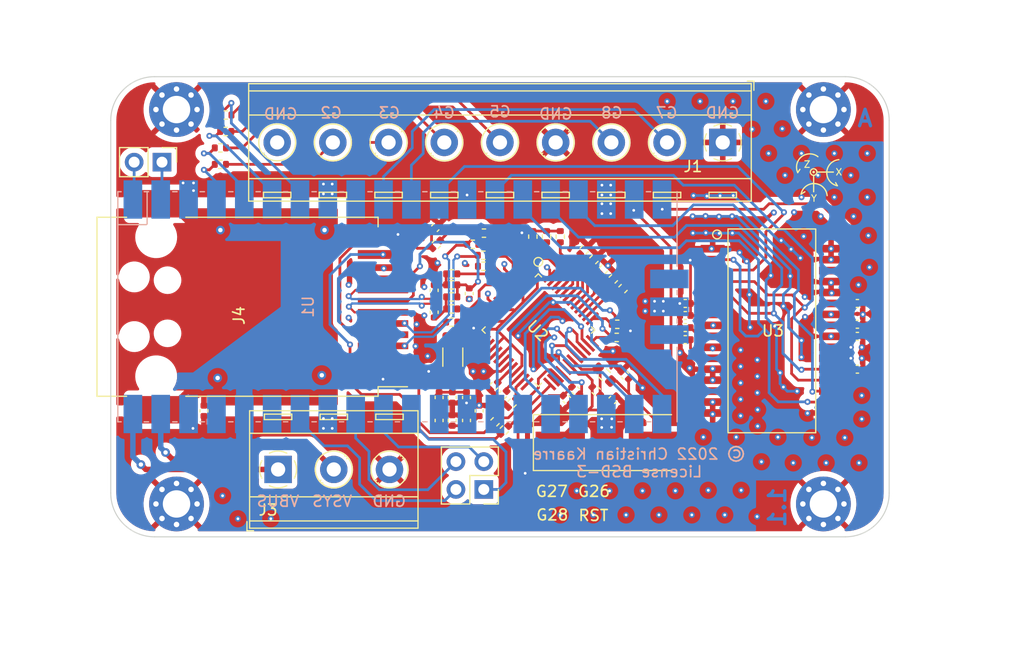
<source format=kicad_pcb>
(kicad_pcb (version 20211014) (generator pcbnew)
  (layers (0 "F.Cu" signal) (1 "In1.Cu" power) (2 "In2.Cu" power) (31 "B.Cu" signal) (34 "B.Paste" user) (35 "F.Paste" user) (36 "B.SilkS" user "B.Silkscreen") (37 "F.SilkS" user "F.Silkscreen") (38 "B.Mask" user) (39 "F.Mask" user) (44 "Edge.Cuts" user))
  (net 0 "")
  (net 1 "GND")
  (net 2 "3V3A")
  (net 3 "Net-(C5-Pad1)")
  (net 4 "Net-(C7-Pad2)")
  (net 5 "3V3")
  (net 6 "/Wiznet W5500/XI")
  (net 7 "/Wiznet W5500/XO")
  (net 8 "Net-(C14-Pad2)")
  (net 9 "Net-(C15-Pad2)")
  (net 10 "Net-(C16-Pad1)")
  (net 11 "Net-(C119-Pad2)")
  (net 12 "Net-(C121-Pad2)")
  (net 13 "Net-(C123-Pad1)")
  (net 14 "Net-(C125-Pad1)")
  (net 15 "SH")
  (net 16 "Net-(J1-Pad5)")
  (net 17 "Net-(J1-Pad6)")
  (net 18 "Net-(J1-Pad8)")
  (net 19 "/SWDIO")
  (net 20 "/SWCLK")
  (net 21 "Net-(J1-Pad7)")
  (net 22 "/TIME_OUT")
  (net 23 "/TIME_IN")
  (net 24 "/UART0_RX")
  (net 25 "/UART0_TX")
  (net 26 "/VSYS")
  (net 27 "/VBUS")
  (net 28 "/RESET")
  (net 29 "/EXP0")
  (net 30 "/EXP1")
  (net 31 "/EXP2")
  (net 32 "/EXP3")
  (net 33 "Net-(J4-Pad2)")
  (net 34 "Net-(J4-Pad11)")
  (net 35 "Net-(R1-Pad2)")
  (net 36 "/W5500_INT")
  (net 37 "/Wiznet W5500/TX_N")
  (net 38 "/Wiznet W5500/TX_P")
  (net 39 "/Wiznet W5500/ACTLED")
  (net 40 "/Wiznet W5500/LINKLED")
  (net 41 "Net-(R15-Pad2)")
  (net 42 "Net-(R16-Pad2)")
  (net 43 "Net-(R17-Pad2)")
  (net 44 "/W5500_RST")
  (net 45 "/TRIG0")
  (net 46 "/TRIG1")
  (net 47 "/TRIG2")
  (net 48 "/TRIG3")
  (net 49 "Net-(R23-Pad1)")
  (net 50 "Net-(R24-Pad2)")
  (net 51 "Net-(R25-Pad2)")
  (net 52 "Net-(R26-Pad2)")
  (net 53 "Net-(R27-Pad2)")
  (net 54 "Net-(R28-Pad2)")
  (net 61 "/SPI0_CS0")
  (net 62 "/SPI0_SCK")
  (net 63 "/SPI0_MISO")
  (net 64 "/SPI0_MOSI")
  (net 67 "/SPI1_MOSI")
  (net 68 "/SPI1_CS0")
  (net 69 "/SPI1_SCK")
  (net 70 "/SPI1_MISO")
  (net 71 "Net-(C13-Pad1)")
  (net 72 "/EXT_UNO")
  (net 73 "/SPI1_CS1")
  (net 74 "/EXT_DUE")
  (net 75 "/SPI0_CS1")
  (net 78 "/Wiznet W5500/RX_N")
  (net 79 "/Wiznet W5500/RX_P")
  (net 80 "/Wiznet W5500/RX+")
  (net 81 "/Wiznet W5500/RX-")
  (net 82 "/Wiznet W5500/TX+")
  (net 83 "/Wiznet W5500/TX-")
  (net 84 "Net-(C17-Pad1)")
  (footprint "Resistor_SMD:R_0402_1005Metric" (layer "F.Cu") (at 147.99 97.3 180)
    (fp_text reference "R8" hide)
    (fp_text value "33R" hide)
  )
  (footprint "Resistor_SMD:R_0603_1608Metric" (layer "F.Cu") (at 159.03 108.2 -45)
    (fp_text reference "R29" hide)
    (fp_text value "0R")
  )
  (footprint "Capacitor_SMD:C_0402_1005Metric" (layer "F.Cu") (at 143.5 100.5 90)
    (fp_text reference "C15" hide)
    (fp_text value "6.8nF" hide)
  )
  (footprint "Capacitor_SMD:C_0402_1005Metric" (layer "F.Cu") (at 166.4 102.8 180)
    (fp_text reference "C120" hide)
    (fp_text value "100nF" hide)
  )
  (footprint "Resistor_SMD:R_0402_1005Metric" (layer "F.Cu") (at 124.49 86 180)
    (fp_text reference "R21" hide)
    (fp_text value "200R" hide)
  )
  (footprint "Resistor_SMD:R_0402_1005Metric" (layer "F.Cu") (at 160.15 104.8 180)
    (fp_text reference "R3" hide)
    (fp_text value "10K" hide)
  )
  (footprint "Crystal:Crystal_SMD_HC49-SD" (layer "F.Cu") (at 159.25 114.4)
    (fp_text reference "Y2" hide)
    (fp_text value "Crystal" hide)
  )
  (footprint "Capacitor_SMD:C_0402_1005Metric" (layer "F.Cu") (at 146.45 110.28 90)
    (fp_text reference "C3" hide)
    (fp_text value ".1uF" hide)
  )
  (footprint "Capacitor_SMD:C_0402_1005Metric" (layer "F.Cu") (at 155.6 110.45 -45)
    (fp_text reference "C11" hide)
    (fp_text value "10uF/16V" hide)
  )
  (footprint "Capacitor_SMD:C_0402_1005Metric" (layer "F.Cu") (at 122.5 111.5 -90)
    (fp_text reference "C26" hide)
    (fp_text value "1nF" hide)
  )
  (footprint "Inductor_SMD:L_1206_3216Metric_Pad1.22x1.90mm_HandSolder" (layer "F.Cu") (at 145.2 106.6 -90)
    (fp_text reference "FB1" hide)
    (fp_text value "200mOhm 120R@100MHz" hide)
  )
  (footprint "Resistor_SMD:R_0402_1005Metric" (layer "F.Cu") (at 149.9 113.25 -135)
    (fp_text reference "R14" hide)
    (fp_text value "1k" hide)
  )
  (footprint "Resistor_SMD:R_0402_1005Metric" (layer "F.Cu") (at 150.6 110.8 -135)
    (fp_text reference "R23" hide)
    (fp_text value "10K" hide)
  )
  (footprint "Resistor_SMD:R_0402_1005Metric" (layer "F.Cu") (at 158.955493 98.576741 -135)
    (fp_text reference "R26" hide)
    (fp_text value "10K" hide)
  )
  (footprint "Resistor_SMD:R_0402_1005Metric" (layer "F.Cu") (at 159.839376 99.460624 -135)
    (fp_text reference "R27" hide)
    (fp_text value "10K" hide)
  )
  (footprint "Capacitor_SMD:C_0402_1005Metric" (layer "F.Cu") (at 143.6 94.8 45)
    (fp_text reference "C16" hide)
    (fp_text value "22nF" hide)
  )
  (footprint "Resistor_SMD:R_0402_1005Metric" (layer "F.Cu") (at 153.75 95.6 -90)
    (fp_text reference "R16" hide)
    (fp_text value "10K" hide)
  )
  (footprint "Resistor_SMD:R_0402_1005Metric" (layer "F.Cu") (at 158.071609 97.692857 -135)
    (fp_text reference "R25" hide)
    (fp_text value "10K" hide)
  )
  (footprint "Resistor_SMD:R_0402_1005Metric" (layer "F.Cu") (at 124.5 84.5 180)
    (fp_text reference "R22" hide)
    (fp_text value "200R" hide)
  )
  (footprint "Resistor_SMD:R_0402_1005Metric" (layer "F.Cu") (at 147.018427 96.3 180)
    (fp_text reference "R4" hide)
    (fp_text value "33R" hide)
  )
  (footprint "Capacitor_SMD:C_0402_1005Metric" (layer "F.Cu") (at 166.4 101.7 180)
    (fp_text reference "C118" hide)
    (fp_text value "1uF" hide)
  )
  (footprint "Capacitor_SMD:C_0402_1005Metric" (layer "F.Cu") (at 145.149999 112.38 -90)
    (fp_text reference "C6" hide)
    (fp_text value ".1uF" hide)
  )
  (footprint "Connector_PinHeader_2.54mm:PinHeader_1x02_P2.54mm_Vertical" (layer "F.Cu") (at 118.675 88.8 -90)
    (fp_text reference "J2" hide)
    (fp_text value "Conn_01x02_Male" hide)
  )
  (footprint "Capacitor_SMD:C_0402_1005Metric" (layer "F.Cu") (at 182.1 103.6)
    (fp_text reference "C125" hide)
    (fp_text value "1uF" hide)
  )
  (footprint "Capacitor_SMD:C_0402_1005Metric" (layer "F.Cu") (at 143.95 110.28 90)
    (fp_text reference "C1" hide)
    (fp_text value ".1uF" hide)
  )
  (footprint "Resistor_SMD:R_0402_1005Metric" (layer "F.Cu") (at 148.04 95.28 180)
    (fp_text reference "R7" hide)
    (fp_text value "49R9" hide)
  )
  (footprint "Resistor_SMD:R_0402_1005Metric" (layer "F.Cu") (at 155 95.6 -90)
    (fp_text reference "R17" hide)
    (fp_text value "10K" hide)
  )
  (footprint "Resistor_SMD:R_0402_1005Metric" (layer "F.Cu") (at 124 87.5 180)
    (fp_text reference "R20" hide)
    (fp_text value "200R" hide)
  )
  (footprint "Capacitor_SMD:C_0402_1005Metric" (layer "F.Cu") (at 147.6 111.5 90)
    (fp_text reference "C9" hide)
    (fp_text value "10uF/16V" hide)
  )
  (footprint "Resistor_SMD:R_0402_1005Metric" (layer "F.Cu") (at 157.187726 96.808974 -135)
    (fp_text reference "R24" hide)
    (fp_text value "10K" hide)
  )
  (footprint "MountingHole:MountingHole_2.5mm_Pad_Via" (layer "F.Cu") (at 120 120)
    (fp_text reference "H1" hide)
    (fp_text value "MountingHole_Pad" hide)
  )
  (footprint "Resistor_SMD:R_0402_1005Metric" (layer "F.Cu") (at 143.7 96.3 -135)
    (fp_text reference "R10" hide)
    (fp_text value "10R" hide)
  )
  (footprint "Capacitor_SMD:C_0402_1005Metric" (layer "F.Cu") (at 156.402081 109.647919 135)
    (fp_text reference "C10" hide)
    (fp_text value "0.1uF" hide)
  )
  (footprint "Resistor_SMD:R_0402_1005Metric" (layer "F.Cu") (at 145.1 102.2 180)
    (fp_text reference "R6" hide)
    (fp_text value "33R" hide)
  )
  (footprint "Capacitor_SMD:C_0402_1005Metric" (layer "F.Cu") (at 159.775 110.5 45)
    (fp_text reference "C12" hide)
    (fp_text value "18pF" hide)
  )
  (footprint "Resistor_SMD:R_0402_1005Metric" (layer "F.Cu") (at 152.5 95.6 -90)
    (fp_text reference "R15" hide)
    (fp_text value "10K" hide)
  )
  (footprint "Resistor_SMD:R_0402_1005Metric" (layer "F.Cu") (at 160.72326 100.344508 -135)
    (fp_text reference "R28" hide)
    (fp_text value "10K" hide)
  )
  (footprint "Resistor_SMD:R_0402_1005Metric" (layer "F.Cu") (at 145.1 101.1 180)
    (fp_text reference "R11" hide)
    (fp_text value "49R9" hide)
  )
  (footprint "Capacitor_SMD:C_0402_1005Metric" (layer "F.Cu") (at 182.1 107.7)
    (fp_text reference "C122" hide)
    (fp_text value "1uF" hide)
  )
  (footprint "Resistor_SMD:R_0402_1005Metric" (layer "F.Cu") (at 149.05 112.5 -135)
    (fp_text reference "R13" hide)
    (fp_text value "1k" hide)
  )
  (footprint "Capacitor_SMD:C_0402_1005Metric" (layer "F.Cu") (at 166.4 103.9)
    (fp_text reference "C119" hide)
    (fp_text value "1uF" hide)
  )
  (footprint "Capacitor_SMD:C_0402_1005Metric" (layer "F.Cu") (at 146.449999 112.38 -90)
    (fp_text reference "C4" hide)
    (fp_text value ".1uF" hide)
  )
  (footprint "TerminalBlock_RND:TerminalBlock_RND_205-00294_1x09_P5.08mm_Horizontal" (layer "F.Cu") (at 169.82 87 180)
    (fp_text reference "J1")
    (fp_text value "Screw_Terminal_01x09" hide)
  )
  (footprint "Capacitor_SMD:C_0402_1005Metric" (layer "F.Cu") (at 149.760624 110.039376 45)
    (fp_text reference "C7" hide)
    (fp_text value "10nF" hide)
  )
  (footprint "Resistor_SMD:R_0402_1005Metric" (layer "F.Cu") (at 158.275 109.675 -45)
    (fp_text reference "R2" hide)
    (fp_text value "1M" hide)
  )
  (footprint "Connector_PinHeader_2.54mm:PinHeader_2x02_P2.54mm_Vertical" (layer "F.Cu") (at 148.025 118.675 180)
    (fp_text reference "J5" hide)
    (fp_text value "Conn_01x04_Male")
  )
  (footprint "Resistor_SMD:R_0402_1005Metric" (layer "F.Cu") (at 145.1 103.4)
    (fp_text reference "R1" hide)
    (fp_text value "12.4k" hide)
  )
  (footprint "Capacitor_SMD:C_0402_1005Metric" (layer "F.Cu") (at 146.7 100.8 -90)
    (fp_text reference "C17" hide)
    (fp_text value "10nF" hide)
  )
  (footprint "Resistor_SMD:R_0402_1005Metric" (layer "F.Cu") (at 160.2 103.6 180)
    (fp_text reference "R18" hide)
    (fp_text value "10K" hide)
  )
  (footprint "MountingHole:MountingHole_2.5mm_Pad_Via" (layer "F.Cu") (at 120 84)
    (fp_text reference "H2" hide)
    (fp_text value "MountingHole_Pad" hide)
  )
  (footprint "Resistor_SMD:R_0402_1005Metric" (layer "F.Cu") (at 148 98.3 180)
    (fp_text reference "R9" hide)
    (fp_text value "49R9" hide)
  )
  (footprint "Capacitor_SMD:C_0402_1005Metric" (layer "F.Cu") (at 145.149999 110.28 90)
    (fp_text reference "C2" hide)
    (fp_text value ".1uF" hide)
  )
  (footprint "Capacitor_SMD:C_0402_1005Metric" (layer "F.Cu") (at 182.1 104.7)
    (fp_text reference "C124" hide)
    (fp_text value "100nF" hide)
  )
  (footprint "Resistor_SMD:R_0402_1005Metric" (layer "F.Cu") (at 145.1 100 180)
    (fp_text reference "R12" hide)
    (fp_text value "49R9" hide)
  )
  (footprint "wuerth:RJ45_Wuerth_74980111211_h" (layer "F.Cu") (at 125.565 102 180)
    (fp_text reference "J4")
    (fp_text value "Wuerth_74980111211" hide)
  )
  (footprint "Capacitor_SMD:C_0402_1005Metric" (layer "F.Cu") (at 148.960624 109.239376 -135)
    (fp_text reference "C5" hide)
    (fp_text value "4.7nF" hide)
  )
  (footprint "MountingHole:MountingHole_2.5mm_Pad_Via" (layer "F.Cu") (at 179 120)
    (fp_text reference "H4" hide)
    (fp_text value "MountingHole_Pad" hide)
  )
  (footprint "Capacitor_SMD:C_0402_1005Metric" (layer "F.Cu") (at 143.949999 112.38 -90)
    (fp_text reference "C8" hide)
    (fp_text value ".1uF" hide)
  )
  (footprint "Wiznet:w5500" (layer "F.Cu") (at 153 104.126352 -45)
    (fp_text reference "U2")
    (fp_text value "W5500" hide)
  )
  (footprint "Capacitor_SMD:C_0402_1005Metric" (layer "F.Cu") (at 160.9 108.25 135)
    (fp_text reference "C13" hide)
    (fp_text value "18pF" hide)
  )
  (footprint "TerminalBlock_RND:TerminalBlock_RND_205-00288_1x03_P5.08mm_Horizontal" (layer "F.Cu") (at 129.265 116.85)
    (fp_text reference "J3")
    (fp_text value "Screw_Terminal_01x03")
  )
  (footprint "Capacitor_SMD:C_0402_1005Metric" (layer "F.Cu") (at 182.1 101.7)
    (fp_text reference "C123" hide)
    (fp_text value "1uF" hide)
  )
  (footprint "Capacitor_SMD:C_0402_1005Metric" (layer "F.Cu") (at 143.5 102.5 -90)
    (fp_text reference "C14" hide)
    (fp_text value "6.8nF" hide)
  )
  (footprint "MountingHole:MountingHole_2.5mm_Pad_Via" (layer "F.Cu") (at 179 84)
    (fp_text reference "H3" hide)
    (fp_text value "MountingHole_Pad" hide)
  )
  (footprint "Capacitor_SMD:C_0402_1005Metric" (layer "F.Cu") (at 166.4 105)
    (fp_text reference "C121" hide)
    (fp_text value "1uF" hide)
  )
  (footprint "Murata:murata_scha" (layer "F.Cu") (at 174.3 104.2)
    (fp_text reference "U3")
    (fp_text value "SCHA63X" hide)
  )
  (footprint "Resistor_SMD:R_0402_1005Metric" (layer "F.Cu") (at 145.1 99 180)
    (fp_text reference "R5" hide)
    (fp_text value "33R" hide)
  )
  (footprint "Resistor_SMD:R_0402_1005Metric" (layer "F.Cu") (at 124 89 180)
    (fp_text reference "R19" hide)
    (fp_text value "200R" hide)
  )
  (footprint "Raspberry:RPi_Pico_SMD_nopins" (layer "B.Cu") (at 140.15 102 -90)
    (fp_text reference "U1")
    (fp_text value "Pico" hide)
  )
  (gr_arc (start 185 119) (mid 183.828427 121.828427) (end 181 123) (layer "Edge.Cuts") (width 0.1))
  (gr_line (start 181 123) (end 118 123) (layer "Edge.Cuts") (width 0.1))
  (gr_line (start 118 81) (end 181 81) (layer "Edge.Cuts") (width 0.1))
  (gr_arc (start 118 123) (mid 115.171573 121.828427) (end 114 119) (layer "Edge.Cuts") (width 0.1))
  (gr_line (start 185 119) (end 185 85) (layer "Edge.Cuts") (width 0.1))
  (gr_line (start 114 119) (end 114 85) (layer "Edge.Cuts") (width 0.1))
  (gr_arc (start 181 81) (mid 183.828427 82.171573) (end 185 85) (layer "Edge.Cuts") (width 0.1))
  (gr_arc (start 114 85) (mid 115.171573 82.171573) (end 118 81) (layer "Edge.Cuts") (width 0.1))
  (gr_text "A" (at 182.8 84.8) (layer "B.Cu") (effects (font (size 1.5 1.5) (thickness 0.3)) (justify mirror)))
  (gr_text "1.1" (at 174.8 120.3 90) (layer "B.Cu") (effects (font (size 1.5 1.5) (thickness 0.3)) (justify mirror)))
  (gr_text "GND" (at 154.6 84.4) (layer "B.SilkS") (effects (font (size 1 1) (thickness 0.153)) (justify mirror)))
  (gr_text "G4" (at 144.4 84.3) (layer "B.SilkS") (effects (font (size 1 1) (thickness 0.153)) (justify mirror)))
  (gr_text "VSYS" (at 134.2 119.75) (layer "B.SilkS") (effects (font (size 1 1) (thickness 0.153)) (justify mirror)))
  (gr_text "GND" (at 169.8 84.3) (layer "B.SilkS") (effects (font (size 1 1) (thickness 0.153)) (justify mirror)))
  (gr_text "G8" (at 159.7 84.3) (layer "B.SilkS") (effects (font (size 1 1) (thickness 0.153)) (justify mirror)))
  (gr_text "GND" (at 129.5 84.4) (layer "B.SilkS") (effects (font (size 1 1) (thickness 0.153)) (justify mirror)))
  (gr_text "GND\n" (at 139.4 119.75) (layer "B.SilkS") (effects (font (size 1 1) (thickness 0.153)) (justify mirror)))
  (gr_text "G3" (at 139.4 84.3) (layer "B.SilkS") (effects (font (size 1 1) (thickness 0.153)) (justify mirror)))
  (gr_text "VBUS" (at 129.25 119.75) (layer "B.SilkS") (effects (font (size 1 1) (thickness 0.153)) (justify mirror)))
  (gr_text "© 2022 Christian Kaarre\nLicense BSD-3" (at 162.2 116.25) (layer "B.SilkS") (effects (font (size 1 1) (thickness 0.153)) (justify mirror)))
  (gr_text "G5" (at 149.5 84.2) (layer "B.SilkS") (effects (font (size 1 1) (thickness 0.153)) (justify mirror)))
  (gr_text "G2" (at 134.1 84.3) (layer "B.SilkS") (effects (font (size 1 1) (thickness 0.153)) (justify mirror)))
  (gr_text "G7" (at 164.7 84.3) (layer "B.SilkS") (effects (font (size 1 1) (thickness 0.153)) (justify mirror)))
  (gr_text "G26" (at 158.075 118.85) (layer "F.SilkS") (effects (font (size 1 1) (thickness 0.153))))
  (gr_text "G27\n" (at 154.229762 118.85) (layer "F.SilkS") (effects (font (size 1 1) (thickness 0.153))))
  (gr_text "RST" (at 158.025 121.05) (layer "F.SilkS") (effects (font (size 1 1) (thickness 0.153))))
  (gr_text "G28" (at 154.275 121) (layer "F.SilkS") (effects (font (size 1 1) (thickness 0.153))))
  (segment (start 147.05 106.89437) (end 148.427564 105.516806) (width 0.25) (layer "F.Cu") (net 1))
  (segment (start 179.7 111.7) (end 177.57 111.7) (width 0.25) (layer "F.Cu") (net 1))
  (segment (start 182.58 107.7) (end 182.58 106.78) (width 0.25) (layer "F.Cu") (net 1))
  (segment (start 154.85 107.05) (end 154.85 106.15) (width 0.25) (layer "F.Cu") (net 1))
  (segment (start 165.9 106.2) (end 165.9 101.72) (width 0.25) (layer "F.Cu") (net 1))
  (segment (start 149.9 98.55148) (end 151.255991 99.907471) (width 0.25) (layer "F.Cu") (net 1))
  (segment (start 166.8 107.1) (end 165.9 106.2) (width 0.25) (layer "F.Cu") (net 1))
  (segment (start 160.625 111.305) (end 159.7 112.23) (width 0.25) (layer "F.Cu") (net 1))
  (segment (start 148 107.9) (end 148 107.358585) (width 0.25) (layer "F.Cu") (net 1))
  (segment (start 144.59 103.4) (end 142.9 105.09) (width 0.254) (layer "F.Cu") (net 1))
  (segment (start 144.6 93.8) (end 145.9 93.8) (width 0.25) (layer "F.Cu") (net 1))
  (segment (start 160.114411 110.160589) (end 160.625 110.671178) (width 0.25) (layer "F.Cu") (net 1))
  (segment (start 166.8 107.6) (end 166.8 107.1) (width 0.25) (layer "F.Cu") (net 1))
  (segment (start 150.239376 111.160624) (end 150.20305 111.160624) (width 0.25) (layer "F.Cu") (net 1))
  (segment (start 142.9 105.09) (end 142.9 106.5) (width 0.254) (layer "F.Cu") (net 1))
  (segment (start 159.35 98.25) (end 157.54835 96.44835) (width 0.25) (layer "F.Cu") (net 1))
  (segment (start 146.449999 111.9) (end 146.45 110.78) (width 0.25) (layer "F.Cu") (net 1))
  (segment (start 154.036901 98.636901) (end 153.8 98.4) (width 0.25) (layer "F.Cu") (net 1))
  (segment (start 148 107.9) (end 148 108.957574) (width 0.25) (layer "F.Cu") (net 1))
  (segment (start 150.195332 107.284574) (end 149.579906 107.9) (width 0.25) (layer "F.Cu") (net 1))
  (segment (start 143.95 110.76) (end 146.43 110.76) (width 0.25) (layer "F.Cu") (net 1))
  (segment (start 182.58 102.72) (end 182.6 102.7) (width 0.25) (layer "F.Cu") (net 1))
  (segment (start 147.05 107.9) (end 147.05 106.89437) (width 0.25) (layer "F.Cu") (net 1))
  (segment (start 156.95 109.778822) (end 156.95 108.9) (width 0.25) (layer "F.Cu") (net 1))
  (segment (start 143.949999 111.9) (end 143.95 110.78) (width 0.25) (layer "F.Cu") (net 1))
  (segment (start 148.4 100.8) (end 148.4 101.294119) (width 0.25) (layer "F.Cu") (net 1))
  (segment (start 148.4 101.294119) (end 149.134671 102.02879) (width 0.25) (layer "F.Cu") (net 1))
  (segment (start 155.451114 107.638128) (end 155.438128 107.638128) (width 0.25) (layer "F.Cu") (net 1))
  (segment (start 149.9 98.1) (end 149.9 98.55148) (width 0.25) (layer "F.Cu") (net 1))
  (segment (start 160.625 110.671178) (end 160.625 111.305) (width 0.25) (layer "F.Cu") (net 1))
  (segment (start 161.083884 99.983884) (end 159.35 98.25) (width 0.25) (layer "F.Cu") (net 1))
  (segment (start 165.9 101.72) (end 165.92 101.7) (width 0.25) (layer "F.Cu") (net 1))
  (segment (start 145.149999 111.9) (end 145.15 110.78) (width 0.25) (layer "F.Cu") (net 1))
  (segment (start 143.939411 94.460589) (end 144.6 93.8) (width 0.25) (layer "F.Cu") (net 1))
  (segment (start 146.5 93.2) (end 146.5 91.8) (width 0.25) (layer "F.Cu") (net 1))
  (segment (start 145.9 93.8) (end 146.5 93.2) (width 0.25) (layer "F.Cu") (net 1))
  (segment (start 154.036901 99.200363) (end 154.036901 98.636901) (width 0.25) (layer "F.Cu") (net 1))
  (segment (start 155.438128 107.638128) (end 154.85 107.05) (width 0.25) (layer "F.Cu") (net 1))
  (segment (start 146.43 110.76) (end 146.45 110.78) (width 0.25) (layer "F.Cu") (net 1))
  (segment (start 150.20305 111.160624) (end 148.621213 109.578787) (width 0.25) (layer "F.Cu") (net 1))
  (segment (start 182.58 105.62) (end 182.5 105.7) (width 0.25) (layer "F.Cu") (net 1))
  (segment (start 148 108.957574) (end 148.621213 109.578787) (width 0.25) (layer "F.Cu") (net 1))
  (segment (start 182.58 104.7) (end 182.58 105.62) (width 0.25) (layer "F.Cu") (net 1))
  (segment (start 182.58 106.78) (end 182.5 106.7) (width 0.25) (layer "F.Cu") (net 1))
  (segment (start 148 107.358585) (end 149.134671 106.223914) (width 0.25) (layer "F.Cu") (net 1))
  (segment (start 177.57 111.7) (end 177.55 111.72) (width 0.25) (layer "F.Cu") (net 1))
  (segment (start 155.939411 110.789411) (end 156.95 109.778822) (width 0.25) (layer "F.Cu") (net 1))
  (segment (start 182.58 103.6) (end 182.58 102.72) (width 0.25) (layer "F.Cu") (net 1))
  (segment (start 182.58 102.68) (end 182.6 102.7) (width 0.25) (layer "F.Cu") (net 1))
  (segment (start 182.58 101.7) (end 182.58 102.68) (width 0.25) (layer "F.Cu") (net 1))
  (segment (start 149.579906 107.9) (end 148 107.9) (width 0.25) (layer "F.Cu") (net 1))
  (via (at 163.6 102.4) (size 0.55) (drill 0.25) (layers "F.Cu" "B.Cu") (net 1))
  (via (at 124.2 119.25) (size 0.55) (drill 0.25) (layers "F.Cu" "B.Cu") (net 1))
  (via (at 172.975 109.85) (size 0.55) (drill 0.25) (layers "F.Cu" "B.Cu") (net 1))
  (via (at 179.7 99.8) (size 0.55) (drill 0.25) (layers "F.Cu" "B.Cu") (net 1))
  (via (at 158.8 90.9) (size 0.55) (drill 0.25) (layers "F.Cu" "B.Cu") (net 1))
  (via (at 128.6 121.35) (size 0.55) (drill 0.25) (layers "F.Cu" "B.Cu") (net 1))
  (via (at 172.975 106.85) (size 0.55) (drill 0.25) (layers "F.Cu" "B.Cu") (net 1))
  (via (at 171.5 118.75) (size 0.55) (drill 0.25) (layers "F.Cu" "B.Cu") (net 1))
  (via (at 179.7 102.7) (size 0.55) (drill 0.25) (layers "F.Cu" "B.Cu") (net 1))
  (via (at 174.475 93.4) (size 0.55) (drill 0.25) (layers "F.Cu" "B.Cu") (net 1))
  (via (at 173 112.9) (size 0.55) (drill 0.25) (layers "F.Cu" "B.Cu") (net 1))
  (via (at 171.45 105.95) (size 0.55) (drill 0.25) (layers "F.Cu" "B.Cu") (net 1))
  (via (at 135.7 100) (size 0.55) (drill 0.25) (layers "F.Cu" "B.Cu") (net 1))
  (via (at 148 107.9) (size 0.55) (drill 0.25) (layers "F.Cu" "B.Cu") (net 1))
  (via (at 179.7 104.7) (size 0.55) (drill 0.25) (layers "F.Cu" "B.Cu") (net 1))
  (via (at 177 88) (size 0.55) (drill 0.25) (layers "F.Cu" "B.Cu") (net 1))
  (via (at 183 88) (size 0.55) (drill 0.25) (layers "F.Cu" "B.Cu") (net 1))
  (via (at 162.75 102.4) (size 0.55) (drill 0.25) (layers "F.Cu" "B.Cu") (net 1))
  (via (at 182.6 102.7) (size 0.55) (drill 0.25) (layers "F.Cu" "B.Cu") (net 1))
  (via (at 180 92) (size 0.55) (drill 0.25) (layers "F.Cu" "B.Cu") (net 1))
  (via (at 173.35 116.15) (size 0.55) (drill 0.25) (layers "F.Cu" "B.Cu") (net 1))
  (via (at 170.7 95.275) (size 0.55) (drill 0.25) (layers "F.Cu" "B.Cu") (net 1))
  (via (at 165.9 106.2) (size 0.55) (drill 0.25) (layers "F.Cu" "B.Cu") (net 1))
  (via (at 134.2 91.7) (size 0.55) (drill 0.25) (layers "F.Cu" "B.Cu") (net 1))
  (via (at 168.9 111.8) (size 0.55) (drill 0.25) (layers "F.Cu" "B.Cu") (net 1))
  (via (at 146.3 98.010541) (size 0.55) (drill 0.25) (layers "F.Cu" "B.Cu") (net 1))
  (via (at 149.9 98.1) (size 0.55) (drill 0.25) (layers "F.Cu" "B.Cu") (net 1))
  (via (at 174.2 99.15) (size 0.55) (drill 0.25) (layers "F.Cu" "B.Cu") (net 1))
  (via (at 176.25 116.25) (size 0.55) (drill 0.25) (layers "F.Cu" "B.Cu") (net 1))
  (via (at 175.25 85.75) (size 0.55) (drill 0.25) (layers "F.Cu" "B.Cu") (net 1))
  (via (at 133.4 112.2) (size 0.55) (drill 0.25) (layers "F.Cu" "B.Cu") (net 1))
  (via (at 157.85 104.1) (size 0.55) (drill 0.25) (layers "F.Cu" "B.Cu") (net 1))
  (via (at 164.4 101.5) (size 0.55) (drill 0.25) (layers "F.Cu" "B.Cu") (net 1))
  (via (at 164.4 102.4) (size 0.55) (drill 0.25) (layers "F.Cu" "B.Cu") (net 1))
  (via (at 178.5 90) (size 0.55) (drill 0.25) (layers "F.Cu" "B.Cu") (net 1))
  (via (at 168.8 96.7) (size 0.55) (drill 0.25) (layers "F.Cu" "B.Cu") (net 1))
  (via (at 183 92) (size 0.55) (drill 0.25) (layers "F.Cu" "B.Cu") (net 1))
  (via (at 181.5 90) (size 0.55) (drill 0.25) (layers "F.Cu" "B.Cu") (net 1))
  (via (at 171.45 110.45) (size 0.55) (drill 0.25) (layers "F.Cu" "B.Cu") (net 1))
  (via (at 182.5 106.7) (size 0.55) (drill 0.25) (layers "F.Cu" "B.Cu") (net 1))
  (via (at 159.6 91.8) (size 0.55) (drill 0.25) (layers "F.Cu" "B.Cu") (net 1))
  (via (at 174 88) (size 0.55) (drill 0.25) (layers "F.Cu" "B.Cu") (net 1))
  (via (at 143.8 98) (size 0.55) (drill 0.25) (layers "F.Cu" "B.Cu") (net 1))
  (via (at 182.5 112.25) (size 0.55) (drill 0.25) (layers "F.Cu" "B.Cu") (net 1))
  (via (at 175.15 95.95) (size 0.55) (drill 0.25) (layers "F.Cu" "B.Cu") (net 1))
  (via (at 179.7 96.7) (size 0.55) (drill 0.25) (layers "F.Cu" "B.Cu") (net 1))
  (via (at 162.5 118.8) (size 0.55) (drill 0.25) (layers "F.Cu" "B.Cu") (net 1))
  (via (at 169.475 93.775) (size 0.55) (drill 0.25) (layers "F.Cu" "B.Cu") (net 1))
  (via (at 167.15 91.85) (size 0.55) (drill 0.25) (layers "F.Cu" "B.Cu") (net 1))
  (via (at 152.55 107.7) (size 0.55) (drill 0.25) (layers "F.Cu" "B.Cu") (net 1))
  (via (at 142.6 102.8) (size 0.55) (drill 0.25) (layers "F.Cu" "B.Cu") (net 1))
  (via (at 177.95 113.95) (size 0.55) (drill 0.25) (layers "F.Cu" "B.Cu") (net 1))
  (via (at 168.9 107.65) (size 0.55) (drill 0.25) (layers "F.Cu" "B.Cu") (net 1))
  (via (at 146.7 101.3) (size 0.55) (drill 0.25) (layers "F.Cu" "B.Cu") (net 1))
  (via (at 168.95 103.7) (size 0.55) (drill 0.25) (layers "F.Cu" "B.Cu") (net 1))
  (via (at 121.55 91.4) (size 0.55) (drill 0.25) (layers "F.Cu" "B.Cu") (net 1))
  (via (at 125.6 121.35) (size 0.55) (drill 0.25) (layers "F.Cu" "B.Cu") (net 1))
  (via (at 154.85 106.15) (size 0.55) (drill 0.25) (layers "F.Cu" "B.Cu") (net 1))
  (via (at 167.75 83.25) (size 0.55) (drill 0.25) (layers "F.Cu" "B.Cu") (net 1))
  (via (at 153.8 98.4) (size 0.55) (drill 0.25) (layers "F.Cu" "B.Cu") (net 1))
  (via (at 165.5 118.8) (size 0.55) (drill 0.25) (layers "F.Cu" "B.Cu") (net 1))
  (via (at 159.6 92.6) (size 0.55) (drill 0.25) (layers "F.Cu" "B.Cu") (net 1))
  (via (at 172.975 108.35) (size 0.55) (drill 0.25) (layers "F.Cu" "B.Cu") (net 1))
  (via (at 147.05 107.9) (size 0.55) (drill 0.25) (layers "F.Cu" "B.Cu") (net 1))
  (via (at 162.5 109.4) (size 0.55) (drill 0.25) (layers "F.Cu" "B.Cu") (net 1))
  (via (at 154.35 101.6) (size 0.55) (drill 0.25) (layers "F.Cu" "B.Cu") (net 1))
  (via (at 146.45 110.78) (size 0.55) (drill 0.25) (layers "F.Cu" "B.Cu") (net 1))
  (via (at 158 121) (size 0.55) (drill 0.25) (layers "F.Cu" "B.Cu") (net 1))
  (via (at 182.5 110.1) (size 0.55) (drill 0.25) (layers "F.Cu" "B.Cu") (net 1))
  (via (at 141.9 103.6) (size 0.55) (drill 0.25) (layers "F.Cu" "B.Cu") (net 1))
  (via (at 175.975 99.2) (size 0.55) (drill 0.25) (layers "F.Cu" "B.Cu") (net 1))
  (via (at 174.55 103.775) (size 0.55) (drill 0.25) (layers "F.Cu" "B.Cu") (net 1))
  (via (at 173 111.4) (size 0.55) (drill 0.25) (layers "F.Cu" "B.Cu") (net 1))
  (via (at 121.5 113.1) (size 0.55) (drill 0.25) (layers "F.Cu" "B.Cu") (net 1))
  (via (at 171.45 111.95) (size 0.55) (drill 0.25) (layers "F.Cu" "B.Cu") (net 1))
  (via (at 120.6 90.7) (size 0.55) (drill 0.25) (layers "F.Cu" "B.Cu") (net 1))
  (via (at 172.5 85.8) (size 0.55) (drill 0.25) (layers "F.Cu" "B.Cu") (net 1))
  (via (at 175.35 101.95) (size 0.55) (drill 0.25) (layers "F.Cu" "B.Cu") (net 1))
  (via (at 133.4 91.7) (size 0.55) (drill 0.25) (layers "F.Cu" "B.Cu") (net 1))
  (via (at 173.75 83.25) (size 0.55) (drill 0.25) (layers "F.Cu" "B.Cu") (net 1))
  (via (at 159.6 90.9) (size 0.55) (drill 0.25) (layers "F.Cu" "B.Cu") (net 1))
  (via (at 182.5 105.7) (size 0.55) (drill 0.25) (layers "F.Cu" "B.Cu") (net 1))
  (via (at 135.7 103) (size 0.55) (drill 0.25) (layers "F.Cu" "B.Cu") (net 1))
  (via (at 172.25 100.9) (size 0.55) (drill 0.25) (layers "F.Cu" "B.Cu") (net 1))
  (via (at 133.4 113.1) (size 0.55) (drill 0.25) (layers "F.Cu" "B.Cu") (net 1))
  (via (at 175.5 90) (size 0.55) (drill 0.25) (layers "F.Cu" "B.Cu") (net 1))
  (via (at 172 97.85) (size 0.55) (drill 0.25) (layers "F.Cu" "B.Cu") (net 1))
  (via (at 169.5 95.3) (size 0.55) (drill 0.25) (layers "F.Cu" "B.Cu") (net 1))
  (via (at 158.8 91.8) (size 0.55) (drill 0.25) (layers "F.Cu" "B.Cu") (net 1))
  (via (at 171.05 113.9) (size 0.55) (drill 0.25) (layers "F.Cu" "B.Cu") (net 1))
  (via (at 134.2 113.1) (size 0.55) (drill 0.25) (layers "F.Cu" "B.Cu") (net 1))
  (via (at 158.78 113.02) (size 0.55) (drill 0.25) (layers "F.Cu" "B.Cu") (net 1))
  (via (at 159.35 98.25) (size 0.55) (drill 0.25) (layers "F.Cu" "B.Cu") (net 1))
  (via (at 177.2 95.575) (size 0.55) (drill 0.25) (layers "F.Cu" "B.Cu") (net 1))
  (via (at 170.775 91.85) (size 0.55) (drill 0.25) (layers "F.Cu" "B.Cu") (net 1))
  (via (at 176.05 96.75) (size 0.55) (drill 0.25) (layers "F.Cu" "B.Cu") (net 1))
  (via (at 176.6 109.71) (size 0.55) (drill 0.25) (layers "F.Cu" "B.Cu") (net 1))
  (via (at 159.8 106.05) (size 0.55) (drill 0.25) (layers "F.Cu" "B.Cu") (net 1))
  (via (at 176.325 93.375) (size 0.55) (drill 0.25) (layers "F.Cu" "B.Cu") (net 1))
  (via (at 146.5 91.8) (size 0.55) (drill 0.25) (layers "F.Cu" "B.Cu") (net 1))
  (via (at 177.325 102.925) (size 0.55) (drill 0.25) (layers "F.Cu" "B.Cu") (net 1))
  (via (at 167.075 93.75) (size 0.55) (drill 0.25) (layers "F.Cu" "B.Cu") (net 1))
  (via (at 179.75 100.75) (size 0.55) (drill 0.25) (layers "F.Cu" "B.Cu") (net 1))
  (via (at 156.5 118.8) (size 0.55) (drill 0.25) (layers "F.Cu" "B.Cu") (net 1))
  (via (at 168.05 113.9) (size 0.55) (drill 0.25) (layers "F.Cu" "B.Cu") (net 1))
  (via (at 165.9 101.7) (size 0.55) (drill 0.25) (layers "F.Cu" "B.Cu") (net 1))
  (via (at 133.4 90.8) (size 0.55) (drill 0.25) (layers "F.Cu" "B.Cu") (net 1))
  (via (at 159.7 112.23) (size 0.55) (drill 0.25) (layers "F.Cu" "B.Cu") (net 1))
  (via (at 167 121) (size 0.55) (drill 0.25) (layers "F.Cu" "B.Cu") (net 1))
  (via (at 147.6 111) (size 0.55) (drill 0.25) (layers "F.Cu" "B.Cu") (net 1))
  (via (at 163.6 101.5) (size 0.55) (drill 0.25) (layers "F.Cu" "B.Cu") (net 1))
  (via (at 156.95 108.9) (size 0.55) (drill 0.25) (layers "F.Cu" "B.Cu") (net 1))
  (via (at 164 121) (size 0.55) (drill 0.25) (layers "F.Cu" "B.Cu") (net 1))
  (via (at 171.45 107.45) (size 0.55) (drill 0.25) (layers "F.Cu" "B.Cu") (net 1))
  (via (at 177.3 101.1) (size 0.55) (drill 0.25) (layers "F.Cu" "B.Cu") (net 1))
  (via (at 148.4 100.8) (size 0.55) (drill 0.25) (layers "F.Cu" "B.Cu") (net 1))
  (via (at 171.45 108.95) (size 0.55) (drill 0.25) (layers "F.Cu" "B.Cu") (net 1))
  (via (at 179.25 116.25) (size 0.55) (drill 0.25) (layers "F.Cu" "B.Cu") (net 1))
  (via (at 138.9 98.5) (size 0.55) (drill 0.25) (layers "F.Cu" "B.Cu") (net 1))
  (via (at 170 121) (size 0.55) (drill 0.25) (layers "F.Cu" "B.Cu") (net 1))
  (via (at 159.6 93.5) (size 0.55) (drill 0.25) (layers "F.Cu" "B.Cu") (net 1))
  (via (at 183.1 95.5) (size 0.55) (drill 0.25) (layers "F.Cu" "B.Cu") (net 1))
  (via (at 155.2 103.3) (size 0.55) (drill 0.25) (layers "F.Cu" "B.Cu") (net 1))
  (via (at 179.7 97.7) (size 0.55) (drill 0.25) (layers "F.Cu" "B.Cu") (net 1))
  (via (at 177 105.075) (size 0.55) (drill 0.25) (layers "F.Cu" "B.Cu") (net 1))
  (via (at 172.325 103.875) (size 0.55) (drill 0.25) (layers "F.Cu" "B.Cu") (net 1))
  (via (at 180 88) (size 0.55) (drill 0.25) (layers "F.Cu" "B.Cu") (net 1))
  (via (at 166.8 107.6) (size 0.55) (drill 0.25) (layers "F.Cu" "B.Cu") (net 1))
  (via (at 162.75 101.5) (size 0.55) (drill 0.25) (layers "F.Cu" "B.Cu") (net 1))
  (via (at 175.05 108.025) (size 0.55) (drill 0.25) (layers "F.Cu" "B.Cu") (net 1))
  (via (at 134.2 90.8) (size 0.55) (drill 0.25) (layers "F.Cu" "B.Cu") (net 1))
  (via (at 159.5 118.8) (size 0.55) (drill 0.25) (layers "F.Cu" "B.Cu") (net 1))
  (via (at 182.2 100) (size 0.55) (drill 0.25) (layers "F.Cu" "B.Cu") (net 1))
  (via (at 183.2 98.4) (size 0.55) (drill 0.25) (layers "F.Cu" "B.Cu") (net 1))
  (via (at 158.8 93.5) (size 0.55) (drill 0.25) (layers "F.Cu" "B.Cu") (net 1))
  (via (at 170.675 93.75) (size 0.55) (drill 0.25) (layers "F.Cu" "B.Cu") (net 1))
  (via (at 181.75 93.75) (size 0.55) (drill 0.25) (layers "F.Cu" "B.Cu") (net 1))
  (via (at 167.1 95.275) (size 0.55) (drill 0.25) (layers "F.Cu" "B.Cu") (net 1))
  (via (at 174.85 113.9) (size 0.55) (drill 0.25) (layers "F.Cu" "B.Cu") (net 1))
  (via (at 176.9 97.55) (size 0.55) (drill 0.25) (layers "F.Cu" "B.Cu") (net 1))
  (via (at 159.68 113) (size 0.55) (drill 0.25) (layers "F.Cu" "B.Cu") (net 1))
  (via (at 151.15 104.65) (size 0.55) (drill 0.25) (layers "F.Cu" "B.Cu") (net 1))
  (via (at 180.95 113.95) (size 0.55) (drill 0.25) (layers "F.Cu" "B.Cu") (net 1))
  (via (at 170.75 83.25) (size 0.55) (drill 0.25) (layers "F.Cu" "B.Cu") (net 1))
  (via (at 141.8 105.6) (size 0.55) (drill 0.25) (layers "F.Cu" "B.Cu") (net 1))
  (via (at 168.9 110.7) (size 0.55) (drill 0.25) (layers "F.Cu" "B.Cu") (net 1))
  (via (at 178.75 93.75) (size 0.55) (drill 0.25) (layers "F.Cu" "B.Cu") (net 1))
  (via (at 121.55 90.7) (size 0.55) (drill 0.25) (layers "F.Cu" "B.Cu") (net 1))
  (via (at 169.575 91.875) (size 0.55) (drill 0.25) (layers "F.Cu" "B.Cu") (net 1))
  (via (at 164.75 83.25) (size 0.55) (drill 0.25) (layers "F.Cu" "B.Cu") (net 1))
  (via (at 172.95 121.15) (size 0.55) (drill 0.25) (layers "F.Cu" "B.Cu") (net 1))
  (via (at 158.775 112.225) (size 0.55) (drill 0.25) (layers "F.Cu" "B.Cu") (net 1))
  (via (at 168.375 91.9) (size 0.55) (drill 0.25) (layers "F.Cu" "B.Cu") (net 1))
  (via (at 177 92) (size 0.55) (drill 0.25) (layers "F.Cu" "B.Cu") (net 1))
  (via (at 168.275 95.25) (size 0.55) (drill 0.25) (layers "F.Cu" "B.Cu") (net 1))
  (via (at 177.55 111.72) (size 0.55) (drill 0.25) (layers "F.Cu" "B.Cu") (net 1))
  (via (at 158.8 92.6) (size 0.55) (drill 0.25) (layers "F.Cu" "B.Cu") (net 1))
  (via (at 168.9 108.7) (size 0.55) (drill 0.25) (layers "F.Cu" "B.Cu") (net 1))
  (via (at 142.6 100.2) (size 0.55) (drill 0.25) (layers "F.Cu" "B.Cu") (net 1))
  (via (at 161 121) (size 0.55) (drill 0.25) (layers "F.Cu" "B.Cu") (net 1))
  (via (at 168.25 93.725) (size 0.55) (drill 0.25) (layers "F.Cu" "B.Cu") (net 1))
  (via (at 182.25 116.25) (size 0.55) (drill 0.25) (layers "F.Cu" "B.Cu") (net 1))
  (via (at 175.35 109.325) (size 0.55) (drill 0.25) (layers "F.Cu" "B.Cu") (net 1))
  (via (at 134.2 112.2) (size 0.55) (drill 0.25) (layers "F.Cu" "B.Cu") (net 1))
  (via (at 168.5 118.75) (size 0.55) (drill 0.25) (layers "F.Cu" "B.Cu") (net 1))
  (via (at 171.36 97.05) (size 0.55) (drill 0.25) (layers "F.Cu" "B.Cu") (net 1))
  (via (at 155 121) (size 0.55) (drill 0.25) (layers "F.Cu" "B.Cu") (net 1))
  (via (at 154.45 104.8) (size 0.55) (drill 0.25) (layers "F.Cu" "B.Cu") (net 1))
  (via (at 177 106.6) (size 0.55) (drill 0.25) (layers "F.Cu" "B.Cu") (net 1))
  (via (at 142.9 106.5) (size 0.55) (drill 0.25) (layers "F.Cu" "B.Cu") (net 1))
  (via (at 168.9 105.8) (size 0.55) (drill 0.25) (layers "F.Cu" "B.Cu") (net 1))
  (segment (start 175.825 103.9) (end 177 105.075) (width 0.25) (layer "B.Cu") (net 1))
  (segment (start 157.85 105.15) (end 157.85 104.1) (width 0.25) (layer "B.Cu") (net 1))
  (segment (start 174.55 103.775) (end 173.775 103) (width 0.25) (layer "B.Cu") (net 1))
  (segment (start 152.55 104.55) (end 152.55 107.7) (width 0.25) (layer "B.Cu") (net 1))
  (segment (start 175.05 109.025) (end 175.05 108.025) (width 0.25) (layer "B.Cu") (net 1))
  (segment (start 171.36 97.05) (end 171.36 97.21) (width 0.25) (layer "B.Cu") (net 1))
  (segment (start 171.36 97.21) (end 172 97.85) (width 0.25) (layer "B.Cu") (net 1))
  (segment (start 162.5 109.4) (end 160.5 107.4) (width 0.25) (layer "B.Cu") (net 1))
  (segment (start 175.71 109.71) (end 176.6 109.71) (width 0.25) (layer "B.Cu") (net 1))
  (segment (start 172.225 100.875) (end 172.25 100.9) (width 0.25) (layer "B.Cu") (net 1))
  (segment (start 174.2 99.15) (end 174.2 98.214282) (width 0.25) (layer "B.Cu") (net 1))
  (segment (start 167.1 95.275) (end 170.7 95.275) (width 0.25) (layer "B.Cu") (net 1))
  (segment (start 174.55 103.775) (end 174.725 103.95) (width 0.25) (layer "B.Cu") (net 1))
  (segment (start 159.8 106.05) (end 159.75 106.1) (width 0.25) (layer "B.Cu") (net 1))
  (segment (start 175.3 95.95) (end 176.9 97.55) (width 0.25) (layer "B.Cu") (net 1))
  (segment (start 155.85 108.9) (end 156.95 108.9) (width 0.25) (layer "B.Cu") (net 1))
  (segment (start 175.825 102.425) (end 175.825 103.9) (width 0.25) (layer "B.Cu") (net 1))
  (segment (start 155.95 101.6) (end 157.85 103.5) (width 0.25) (layer "B.Cu") (net 1))
  (segment (start 167.15 91.85) (end 170.825 91.85) (width 0.25) (layer "B.Cu") (net 1))
  (segment (start 159.75 106.1) (end 158.8 106.1) (width 0.25) (layer "B.Cu") (net 1))
  (segment (start 174.725 103.95) (end 174.725 107.7) (width 0.25) (layer "B.Cu") (net 1))
  (segment (start 175.35 109.35) (end 175.71 109.71) (width 0.25) (layer "B.Cu") (net 1))
  (segment (start 174.2 98.214282) (end 171.260718 95.275) (width 0.25) (layer "B.Cu") (net 1))
  (segment (start 175.35 100.875) (end 175.975 100.25) (width 0.25) (layer "B.Cu") (net 1))
  (segment (start 154.15 102.95) (end 152.55 104.55) (width 0.25) (layer "B.Cu") (net 1))
  (segment (start 170.825 91.85) (end 170.9125 91.9375) (width 0.25) (layer "B.Cu") (net 1))
  (segment (start 172.225 98.075) (end 172.225 100.875) (width 0.25) (layer "B.Cu") (net 1))
  (segment (start 158.8 106.1) (end 157.85 105.15) (width 0.25) (layer "B.Cu") (net 1))
  (segment (start 175.35 109.325) (end 175.05 109.025) (width 0.25) (layer "B.Cu") (net 1))
  (segment (start 154.45 104.8) (end 154.05 104.8) (width 0.25) (layer "B.Cu") (net 1))
  (segment (start 177 105.075) (end 177 106.6) (width 0.25) (layer "B.Cu") (net 1))
  (segment (start 154.35 101.6) (end 154.014282 101.6) (width 0.25) (layer "B.Cu") (net 1))
  (segment (start 157.85 103.5) (end 157.85 104.1) (width 0.25) (layer "B.Cu") (net 1))
  (segment (start 155.2 103.3) (end 154.85 102.95) (width 0.25) (layer "B.Cu") (net 1))
  (segment (start 170.675 93.75) (end 171.110718 93.75) (width 0.25) (layer "B.Cu") (net 1))
  (segment (start 172 97.85) (end 172.225 98.075) (width 0.25) (layer "B.Cu") (net 1))
  (segment (start 175.15 95.95) (end 175.3 95.95) (width 0.25) (layer "B.Cu") (net 1))
  (segment (start 173.775 99.575) (end 174.2 99.15) (width 0.25) (layer "B.Cu") (net 1))
  (segment (start 153.65 106.7) (end 155.85 108.9) (width 0.25) (layer "B.Cu") (net 1))
  (segment (start 154.85 102.95) (end 154.15 102.95) (width 0.25) (layer "B.Cu") (net 1))
  (segment (start 160.5 107.4) (end 156.1 107.4) (width 0.25) (layer "B.Cu") (net 1))
  (segment (start 171.260718 95.275) (end 170.7 95.275) (width 0.25) (layer "B.Cu") (net 1))
  (segment (start 175.35 101.95) (end 175.35 100.875) (width 0.25) (layer "B.Cu") (net 1))
  (segment (start 170.9125 91.9375) (end 174.925 95.95) (width 0.25) (layer "B.Cu") (net 1))
  (segment (start 153.65 105.2) (end 153.65 106.7) (width 0.25) (layer "B.Cu") (net 1))
  (segment (start 174.725 107.7) (end 175.05 108.025) (width 0.25) (layer "B.Cu") (net 1))
  (segment (start 175.975 100.25) (end 175.975 99.2) (width 0.25) (layer "B.Cu") (net 1))
  (segment (start 154.35 101.6) (end 155.95 101.6) (width 0.25) (layer "B.Cu") (net 1))
  (segment (start 175.975 98.614282) (end 175.975 99.2) (width 0.25) (layer "B.Cu") (net 1))
  (segment (start 175.35 101.95) (end 175.825 102.425) (width 0.25) (layer "B.Cu") (net 1))
  (segment (start 154.014282 101.6) (end 151.15 104.464282) (width 0.25) (layer "B.Cu") (net 1))
  (segment (start 156.1 107.4) (end 154.85 106.15) (width 0.25) (layer "B.Cu") (net 1))
  (segment (start 172.25 103.8) (end 172.325 103.875) (width 0.25) (layer "B.Cu") (net 1))
  (segment (start 171.110718 93.75) (end 175.975 98.614282) (width 0.25) (layer "B.Cu") (net 1))
  (segment (start 175.35 109.325) (end 175.35 109.35) (width 0.25) (layer "B.Cu") (net 1))
  (segment (start 172.25 100.9) (end 172.25 103.8) (width 0.25) (layer "B.Cu") (net 1))
  (segment (start 151.15 104.464282) (end 151.15 104.65) (width 0.25) (layer "B.Cu") (net 1))
  (segment (start 174.925 95.95) (end 175.15 95.95) (width 0.25) (layer "B.Cu") (net 1))
  (segment (start 154.05 104.8) (end 153.65 105.2) (width 0.25) (layer "B.Cu") (net 1))
  (segment (start 173.775 103) (end 173.775 99.575) (width 0.25) (layer "B.Cu") (net 1))
  (segment (start 167.075 93.75) (end 170.675 93.75) (width 0.25) (layer "B.Cu") (net 1))
  (segment (start 143.31348 112.24348) (end 143.93 112.86) (width 0.25) (layer "F.Cu") (net 2))
  (segment (start 149.15 104.05) (end 150.825 102.375) (width 0.254) (layer "F.Cu") (net 2))
  (segment (start 152.909257 100.290743) (end 152.909257 98.649257) (width 0.254) (layer "F.Cu") (net 2))
  (segment (start 145.2 107.377928) (end 148.527928 104.05) (width 0.254) (layer "F.Cu") (net 2))
  (segment (start 146.45 109.8) (end 143.95 109.8) (width 0.25) (layer "F.Cu") (net 2))
  (segment (start 151.6 100.958585) (end 151.6 101.6) (width 0.25) (layer "F.Cu") (net 2))
  (segment (start 143.31348 110.426762) (end 143.31348 112.24348) (width 0.25) (layer "F.Cu") (net 2))
  (segment (start 149.875 104.775) (end 150.575 105.475) (width 0.254) (layer "F.Cu") (net 2))
  (segment (start 143.940242 109.8) (end 143.31348 110.426762) (width 0.25) (layer "F.Cu") (net 2))
  (segment (start 151.495044 106.395044) (end 151.495044 107.399075) (width 0.254) (layer "F.Cu") (net 2))
  (segment (start 146.45 109.8) (end 146.45 108.85) (width 0.254) (layer "F.Cu") (net 2))
  (segment (start 146.449999 112.86) (end 146.72 112.86) (width 0.25) (layer "F.Cu") (net 2))
  (segment (start 143.93 112.86) (end 143.949999 112.86) (width 0.25) (layer "F.Cu") (net 2))
  (segment (start 149.53 95.27) (end 148.56 95.27) (width 0.254) (layer "F.Cu") (net 2))
  (segment (start 148.427564 102.735898) (end 149.020169 103.328503) (width 0.254) (layer "F.Cu") (net 2))
  (segment (start 145.36652 94.63348) (end 144.060624 95.939376) (width 0.254) (layer "F.Cu") (net 2))
  (segment (start 143.95 109.8) (end 143.940242 109.8) (width 0.25) (layer "F.Cu") (net 2))
  (segment (start 148.56 95.27) (end 148.55 95.28) (width 0.254) (layer "F.Cu") (net 2))
  (segment (start 148.941415 98.3) (end 148.51 98.3) (width 0.25) (layer "F.Cu") (net 2))
  (segment (start 146.45 108.85) (end 145.8625 108.2625) (width 0.254) (layer "F.Cu") (net 2))
  (segment (start 150.902438 100.261023) (end 148.941415 98.3) (width 0.25) (layer "F.Cu") (net 2))
  (segment (start 149.488224 106.577466) (end 149.488224 106.561776) (width 0.254) (layer "F.Cu") (net 2))
  (segment (start 148.781119 105.870361) (end 148.781119 105.868881) (width 0.254) (layer "F.Cu") (net 2))
  (segment (start 149.488224 106.561776) (end 150.575 105.475) (width 0.254) (layer "F.Cu") (net 2))
  (segment (start 150.717842 102.267842) (end 150.825 102.375) (width 0.254) (layer "F.Cu") (net 2))
  (segment (start 145.2 108.2625) (end 145.2 107.377928) (width 0.254) (layer "F.Cu") (net 2))
  (segment (start 150.575 105.475) (end 151.495044 106.395044) (width 0.254) (layer "F.Cu") (net 2))
  (segment (start 143.949999 112.86) (end 146.449999 112.86) (width 0.25) (layer "F.Cu") (net 2))
  (segment (start 149.020169 103.328503) (end 149.871497 103.328503) (width 0.254) (layer "F.Cu") (net 2))
  (segment (start 151.495044 107.399075) (end 150.902438 107.991681) (width 0.254) (layer "F.Cu") (net 2))
  (segment (start 150.825 102.375) (end 151.6 101.6) (width 0.254) (layer "F.Cu") (net 2))
  (segment (start 152.909257 98.649257) (end 149.53 95.27) (width 0.254) (layer "F.Cu") (net 2))
  (segment (start 149.15 104.05) (end 149.875 104.775) (width 0.254) (layer "F.Cu") (net 2))
  (segment (start 150.080828 102.267842) (end 150.717842 102.267842) (width 0.254) (layer "F.Cu") (net 2))
  (segment (start 148.781119 105.868881) (end 149.875 104.775) (width 0.254) (layer "F.Cu") (net 2))
  (segment (start 149.488224 101.675238) (end 150.080828 102.267842) (width 0.254) (layer "F.Cu") (net 2))
  (segment (start 148.527928 104.05) (end 149.15 104.05) (width 0.254) (layer "F.Cu") (net 2))
  (segment (start 146.72 112.86) (end 147.6 111.98) (width 0.25) (layer "F.Cu") (net 2))
  (segment (start 150.902438 100.261023) (end 151.6 100.958585) (width 0.25) (layer "F.Cu") (net 2))
  (segment (start 148.55 95.28) (end 147.90348 94.63348) (width 0.254) (layer "F.Cu") (net 2))
  (segment (start 151.6 101.6) (end 152.909257 100.290743) (width 0.254) (layer "F.Cu") (net 2))
  (segment (start 147.90348 94.63348) (end 145.36652 94.63348) (width 0.254) (layer "F.Cu") (net 2))
  (segment (start 145.8625 108.2625) (end 145.2 108.2625) (width 0.254) (layer "F.Cu") (net 2))
  (segment (start 149.300035 108.886979) (end 150.548886 107.638128) (width 0.25) (layer "F.Cu") (net 3))
  (segment (start 149.300035 108.899965) (end 149.300035 108.886979) (width 0.25) (layer "F.Cu") (net 3))
  (segment (start 150.100035 109.699965) (end 150.100035 109.501189) (width 0.25) (layer "F.Cu") (net 4))
  (segment (start 150.100035 109.501189) (end 151.255991 108.345233) (width 0.25) (layer "F.Cu") (net 4))
  (segment (start 181.5 105.7) (end 179.7 105.7) (width 0.25) (layer "F.Cu") (net 5))
  (segment (start 161.4 104.2) (end 161.31 104.2) (width 0.25) (layer "F.Cu") (net 5))
  (segment (start 153.964411 110.110589) (end 155.260589 110.110589) (width 0.25) (layer "F.Cu") (net 5))
  (segment (start 145.2 104.9375) (end 145.2 106.1) (width 0.254) (layer "F.Cu") (net 5))
  (segment (start 151.15 116.55) (end 151.15 112.925) (width 0.25) (layer "F.Cu") (net 5))
  (segment (start 146.1125 104.9375) (end 147.1 103.95) (width 0.254) (layer "F.Cu") (net 5))
  (segment (start 161.31 104.2) (end 160.71 103.6) (width 0.25) (layer "F.Cu") (net 5))
  (segment (start 160.71 104.8) (end 160.8 104.8) (width 0.25) (layer "F.Cu") (net 5))
  (segment (start 181.5 106.7) (end 179.7 106.7) (width 0.25) (layer "F.Cu") (net 5))
  (segment (start 160.8 104.8) (end 161.4 104.2) (width 0.25) (layer "F.Cu") (net 5))
  (segment (start 166.85 97.75) (end 166.88 97.78) (width 0.25) (layer "F.Cu") (net 5))
  (segment (start 145.2 106.1) (end 143.4 107.9) (width 0.254) (layer "F.Cu") (net 5))
  (segment (start 156.06267 108.956789) (end 155.097562 107.991681) (width 0.25) (layer "F.Cu") (net 5))
  (segment (start 145.2 104.9375) (end 146.1125 104.9375) (width 0.254) (layer "F.Cu") (net 5))
  (segment (start 181.62 106.82) (end 181.5 106.7) (width 0.25) (layer "F.Cu") (net 5))
  (segment (start 151.66 95.09) (end 151.5 95.25) (width 0.25) (layer "F.Cu") (net 5))
  (segment (start 143.4 107.9) (end 143 107.9) (width 0.254) (layer "F.Cu") (net 5))
  (segment (start 155.260589 110.110589) (end 156.06267 109.308508) (width 0.25) (layer "F.Cu") (net 5))
  (segment (start 181.62 105.58) (end 181.5 105.7) (width 0.25) (layer "F.Cu") (net 5))
  (segment (start 152.5 95.09) (end 151.66 95.09) (width 0.25) (layer "F.Cu") (net 5))
  (segment (start 181.62 104.7) (end 181.62 105.58) (width 0.25) (layer "F.Cu") (net 5))
  (segment (start 156.06267 109.308508) (end 156.06267 108.956789) (width 0.25) (layer "F.Cu") (net 5))
  (segment (start 168.8 102.8) (end 168.9 102.7) (width 0.25) (layer "F.Cu") (net 5))
  (segment (start 166.88 101.7) (end 166.88 102.8) (width 0.25) (layer "F.Cu") (net 5))
  (segment (start 166.88 101.7) (end 168.9 101.7) (width 0.25) (layer "F.Cu") (net 5))
  (segment (start 151.15 112.925) (end 153.964411 110.110589) (width 0.25) (layer "F.Cu") (net 5))
  (segment (start 181.62 107.7) (end 181.62 106.82) (width 0.25) (layer "F.Cu") (net 5))
  (segment (start 155 95.09) (end 152.5 95.09) (width 0.25) (layer "F.Cu") (net 5))
  (segment (start 166.88 97.78) (end 166.88 101.7) (width 0.25) (layer "F.Cu") (net 5))
  (segment (start 151.8 117.2) (end 151.15 116.55) (width 0.25) (layer "F.Cu") (net 5))
  (segment (start 166.88 102.8) (end 168.8 102.8) (width 0.25) (layer "F.Cu") (net 5))
  (via (at 151.8 117.2) (size 0.55) (drill 0.25) (layers "F.Cu" "B.Cu") (net 5))
  (via (at 138.835 108.61) (size 0.55) (drill 0.25) (layers "F.Cu" "B.Cu") (net 5))
  (via (at 181.5 105.7) (size 0.55) (drill 0.25) (layers "F.Cu" "B.Cu") (net 5))
  (via (at 181.5 106.7) (size 0.55) (drill 0.25) (layers "F.Cu" "B.Cu") (net 5))
  (via (at 166.85 97.75) (size 0.55) (drill 0.25) (layers "F.Cu" "B.Cu") (net 5))
  (via (at 143 107.9) (size 0.55) (drill 0.25) (layers "F.Cu" "B.Cu") (net 5))
  (via (at 161.4 104.2) (size 0.55) (drill 0.25) (layers "F.Cu" "B.Cu") (net 5))
  (via (at 147.1 103.95) (size 0.55) (drill 0.25) (layers "F.Cu" "B.Cu") (net 5))
  (via (at 140.2 95.4) (size 0.55) (drill 0.25) (layers "F.Cu" "B.Cu") (net 5))
  (via (at 151.5 95.25) (size 0.55) (drill 0.25) (layers "F.Cu" "B.Cu") (net 5))
  (segment locked (start 126.18 110.89) (end 126.18 114.92) (width 1.5) (layer "B.Cu") (net 5))
  (segment locked (start 126.18 110.89) (end 126.18 109.32) (width 1.5) (layer "B.Cu") (net 5))
  (segment (start 157.914376 108.714376) (end 157.366157 108.166157) (width 0.25) (layer "F.Cu") (net 6))
  (segment (start 154.69 114.31) (end 157.025 111.975) (width 0.25) (layer "F.Cu") (net 6))
  (segment (start 157.025 111.975) (end 157.1625 111.8375) (width 0.25) (layer "F.Cu") (net 6))
  (segment (start 157.575 111.425) (end 157.1625 111.8375) (width 0.25) (layer "F.Cu") (net 6))
  (segment (start 157.914376 109.314376) (end 157.914376 108.714376) (width 0.25) (layer "F.Cu") (net 6))
  (segment (start 159.435589 110.839411) (end 158.85 111.425) (width 0.25) (layer "F.Cu") (net 6))
  (segment (start 157.914376 109.314376) (end 157.914376 111.085624) (width 0.25) (layer "F.Cu") (net 6))
  (segment (start 157.366157 108.166157) (end 156.686251 108.166157) (width 0.25) (layer "F.Cu") (net 6))
  (segment (start 157.914376 111.085624) (end 157.65 111.35) (width 0.25) (layer "F.Cu") (net 6))
  (segment (start 156.686251 108.166157) (end 155.804668 107.284574) (width 0.25) (layer "F.Cu") (net 6))
  (segment (start 158.85 111.425) (end 157.575 111.425) (width 0.25) (layer "F.Cu") (net 6))
  (segment (start 157.1625 111.8375) (end 157.65 111.35) (width 0.25) (layer "F.Cu") (net 6))
  (segment (start 156.943839 107.716637) (end 156.158222 106.93102) (width 0.25) (layer "F.Cu") (net 7))
  (segment (start 158.635624 107.805624) (end 158.446637 107.616637) (width 0.25) (layer "F.Cu") (net 7))
  (segment (start 158.635624 110.035624) (end 158.635624 107.805624) (width 0.25) (layer "F.Cu") (net 7))
  (segment (start 158.316637 107.716637) (end 156.943839 107.716637) (width 0.25) (layer "F.Cu") (net 7))
  (segment (start 144.59 102.2) (end 144.59 101.1) (width 0.25) (layer "F.Cu") (net 8))
  (segment (start 143.5 102.98) (end 143.82 102.98) (width 0.25) (layer "F.Cu") (net 8))
  (segment (start 144.59 102.21) (end 144.59 102.2) (width 0.25) (layer "F.Cu") (net 8))
  (segment (start 143.82 102.98) (end 144.59 102.21) (width 0.25) (layer "F.Cu") (net 8))
  (segment (start 143.5 100.02) (end 144.57 100.02) (width 0.25) (layer "F.Cu") (net 9))
  (segment (start 144.59 99) (end 144.59 100) (width 0.25) (layer "F.Cu") (net 9))
  (segment (start 144.57 100.02) (end 144.59 100) (width 0.25) (layer "F.Cu") (net 9))
  (segment (start 134.9 103.4) (end 134.9 97.6) (width 0.254) (layer "F.Cu") (net 10))
  (segment (start 136.2 96.3) (end 141.6 96.3) (width 0.254) (layer "F.Cu") (net 10))
  (segment (start 143.260589 96.581837) (end 143.339376 96.660624) (width 0.25) (layer "F.Cu") (net 10))
  (segment (start 141.960624 96.660624) (end 143.339376 96.660624) (width 0.254) (layer "F.Cu") (net 10))
  (segment (start 136.05 104.55) (end 134.9 103.4) (width 0.254) (layer "F.Cu") (net 10))
  (segment (start 134.9 97.6) (end 136.2 96.3) (width 0.254) (layer "F.Cu") (net 10))
  (segment (start 138.835 104.55) (end 136.05 104.55) (width 0.254) (layer "F.Cu") (net 10))
  (segment (start 141.6 96.3) (end 141.960624 96.660624) (width 0.254) (layer "F.Cu") (net 10))
  (segment (start 143.260589 95.139411) (end 143.260589 96.581837) (width 0.25) (layer "F.Cu") (net 10))
  (segment (start 167.68 104.7) (end 168.9 104.7) (width 0.25) (layer "F.Cu") (net 11))
  (segment (start 166.83 103.85) (end 167.68 104.7) (width 0.25) (layer "F.Cu") (net 11))
  (segment (start 167.8 106.7) (end 166.88 105.78) (width 0.25) (layer "F.Cu") (net 12))
  (segment (start 168.9 106.7) (end 167.8 106.7) (width 0.25) (layer "F.Cu") (net 12))
  (segment (start 166.88 105.78) (end 166.88 105) (width 0.25) (layer "F.Cu") (net 12))
  (segment (start 179.7 101.7) (end 181.62 101.7) (width 0.25) (layer "F.Cu") (net 13))
  (segment (start 181.52 103.7) (end 181.62 103.6) (width 0.25) (layer "F.Cu") (net 14))
  (segment (start 179.7 103.7) (end 181.52 103.7) (width 0.25) (layer "F.Cu") (net 14))
  (segment (start 118.165 92.6) (end 119.4 92.6) (width 0.5) (layer "F.Cu") (net 15))
  (segment (start 118.145 111.4) (end 119.3 111.4) (width 0.5) (layer "F.Cu") (net 15))
  (segment (start 119.4 92.6) (end 121.7 94.9) (width 0.5) (layer "F.Cu") (net 15))
  (segment (start 119.3 111.4) (end 121.5 109.2) (width 0.5) (layer "F.Cu") (net 15))
  (via (at 133.25 108.25) (size 0.8) (drill 0.4) (layers "F.Cu" "B.Cu") (net 15))
  (via (at 133.5 95) (size 0.8) (drill 0.4) (layers "F.Cu" "B.Cu") (net 15))
  (via (at 123.75 108.5) (size 0.8) (drill 0.4) (layers "F.Cu" "B.Cu") (net 15))
  (via (at 124 95) (size 0.8) (drill 0.4) (layers "F.Cu" "B.Cu") (net 15))
  (segment (start 125.95952 83.54048) (end 126.5 83) (width 0.25) (layer "F.Cu") (net 16))
  (segment (start 125.95952 83.55048) (end 125.95952 83.54048) (width 0.25) (layer "F.Cu") (net 16))
  (segment (start 126.5 83) (end 145.5 83) (width 0.25) (layer "F.Cu") (net 16))
  (segment (start 145.5 83) (end 149.5 87) (width 0.25) (layer "F.Cu") (net 16))
  (segment (start 125.01 84.5) (end 125.95952 83.55048) (width 0.25) (layer "F.Cu") (net 16))
  (segment (start 128 84) (end 141.42 84) (width 0.25) (layer "F.Cu") (net 17))
  (segment (start 125 86) (end 126 86) (width 0.25) (layer "F.Cu") (net 17))
  (segment (start 126 86) (end 128 84) (width 0.25) (layer "F.Cu") (net 17))
  (segment (start 141.42 84) (end 144.42 87) (width 0.25) (layer "F.Cu") (net 17))
  (segment (start 132.26 89) (end 134.26 87) (width 0.25) (layer "F.Cu") (net 18))
  (segment (start 124.51 89) (end 132.26 89) (width 0.25) (layer "F.Cu") (net 18))
  (segment (start 126 87.5) (end 128.5 85) (width 0.25) (layer "F.Cu") (net 21))
  (segment (start 124.51 87.5) (end 126 87.5) (width 0.25) (layer "F.Cu") (net 21))
  (segment (start 137.5 87) (end 139.34 87) (width 0.25) (layer "F.Cu") (net 21))
  (segment (start 135.5 85) (end 137.5 87) (width 0.25) (layer "F.Cu") (net 21))
  (segment (start 128.5 85) (end 135.5 85) (width 0.25) (layer "F.Cu") (net 21))
  (segment (start 161.74 84) (end 164.74 87) (width 0.25) (layer "B.Cu") (net 22))
  (segment (start 143.5 84) (end 161.74 84) (width 0.25) (layer "B.Cu") (net 22))
  (segment (start 141.5 87.5) (end 141.5 86) (width 0.25) (layer "B.Cu") (net 22))
  (segment (start 141.5 86) (end 143.5 84) (width 0.25) (layer "B.Cu") (net 22))
  (segment (start 138.88 90.12) (end 141.5 87.5) (width 0.25) (layer "B.Cu") (net 22))
  (segment (start 138.88 93.11) (end 138.88 90.12) (width 0.25) (layer "B.Cu") (net 22))
  (segment (start 141.42 89.08) (end 142.5 88) (width 0.25) (layer "B.Cu") (net 23))
  (segment (start 157.727859 85.067859) (end 159.66 87) (width 0.25) (layer "B.Cu") (net 23))
  (segment (start 141.42 93.11) (end 141.42 89.08) (width 0.25) (layer "B.Cu") (net 23))
  (segment (start 142.5 88) (end 142.5 86.135718) (width 0.25) (layer "B.Cu") (net 23))
  (segment (start 142.5 86.135718) (end 143.567859 85.067859) (width 0.25) (layer "B.Cu") (net 23))
  (segment (start 143.567859 85.067859) (end 157.727859 85.067859) (width 0.25) (layer "B.Cu") (net 23))
  (segment (start 118.675 92.495) (end 118.675 88.8) (width 0.25) (layer "B.Cu") (net 24))
  (segment (start 118.56 92.61) (end 118.675 92.495) (width 0.25) (layer "B.Cu") (net 24))
  (segment (start 116.135 92.495) (end 116.135 88.8) (width 0.25) (layer "B.Cu") (net 25))
  (segment (start 116.02 92.61) (end 116.135 92.495) (width 0.25) (layer "B.Cu") (net 25))
  (segment (start 119.6 115.9) (end 126.6 115.9) (width 0.5) (layer "F.Cu") (net 26))
  (segment (start 132.095 114.6) (end 134.345 116.85) (width 0.5) (layer "F.Cu") (net 26))
  (segment (start 127.9 114.6) (end 132.095 114.6) (width 0.5) (layer "F.Cu") (net 26))
  (segment (start 119 115.3) (end 119.6 115.9) (width 0.5) (layer "F.Cu") (net 26))
  (segment (start 126.6 115.9) (end 127.9 114.6) (width 0.5) (layer "F.Cu") (net 26))
  (via (at 119 115.3) (size 0.8) (drill 0.4) (layers "F.Cu" "B.Cu") (net 26))
  (segment (start 118.56 110.89) (end 118.56 114.86) (width 0.5) (layer "B.Cu") (net 26))
  (segment (start 118.56 114.86) (end 119 115.3) (width 0.5) (layer "B.Cu") (net 26))
  (segment (start 116.75 116.4) (end 117.2 116.85) (width 0.5) (layer "F.Cu") (net 27))
  (segment (start 117.2 116.85) (end 129.265 116.85) (width 0.5) (layer "F.Cu") (net 27))
  (via (at 116.75 116.4) (size 0.8) (drill 0.4) (layers "F.Cu" "B.Cu") (net 27))
  (segment (start 116.02 115.67) (end 116.75 116.4) (width 0.5) (layer "B.Cu") (net 27))
  (segment (start 116.02 110.89) (end 116.02 115.67) (width 0.5) (layer "B.Cu") (net 27))
  (segment (start 148.9 114.1) (end 150.05 115.25) (width 0.25) (layer "B.Cu") (net 28))
  (segment (start 150.05 118.05) (end 149.425 118.675) (width 0.25) (layer "B.Cu") (net 28))
  (segment (start 141.42 112.499022) (end 143.020978 114.1) (width 0.25) (layer "B.Cu") (net 28))
  (segment (start 149.425 118.675) (end 148.025 118.675) (width 0.25) (layer "B.Cu") (net 28))
  (segment (start 141.42 110.89) (end 141.42 112.499022) (width 0.25) (layer "B.Cu") (net 28))
  (segment (start 143.020978 114.1) (end 148.9 114.1) (width 0.25) (layer "B.Cu") (net 28))
  (segment (start 150.05 115.25) (end 150.05 118.05) (width 0.25) (layer "B.Cu") (net 28))
  (segment (start 136.7 115.8) (end 136.7 118.2) (width 0.25) (layer "B.Cu") (net 29))
  (segment (start 131.26 110.89) (end 131.26 112.499022) (width 0.25) (layer "B.Cu") (net 29))
  (segment (start 133.460978 114.7) (end 135.6 114.7) (width 0.25) (layer "B.Cu") (net 29))
  (segment (start 138.2 119.7) (end 144.46 119.7) (width 0.25) (layer "B.Cu") (net 29))
  (segment (start 131.26 112.499022) (end 133.460978 114.7) (width 0.25) (layer "B.Cu") (net 29))
  (segment (start 136.7 118.2) (end 138.2 119.7) (width 0.25) (layer "B.Cu") (net 29))
  (segment (start 144.46 119.7) (end 145.485 118.675) (width 0.25) (layer "B.Cu") (net 29))
  (segment (start 135.6 114.7) (end 136.7 115.8) (width 0.25) (layer "B.Cu") (net 29))
  (segment (start 136.34 113.99) (end 137.55 115.2) (width 0.25) (layer "B.Cu") (net 30))
  (segment (start 138.5 118.7) (end 142.92 118.7) (width 0.25) (layer "B.Cu") (net 30))
  (segment (start 136.34 110.89) (end 136.34 113.99) (width 0.25) (layer "B.Cu") (net 30))
  (segment (start 142.92 118.7) (end 145.485 116.135) (width 0.25) (layer "B.Cu") (net 30))
  (segment (start 137.55 117.75) (end 138.5 118.7) (width 0.25) (layer "B.Cu") (net 30))
  (segment (start 137.55 115.2) (end 137.55 117.75) (width 0.25) (layer "B.Cu") (net 30))
  (segment (start 138.88 113.43) (end 140.25048 114.80048) (width 0.25) (layer "B.Cu") (net 31))
  (segment (start 146.69048 114.80048) (end 148.025 116.135) (width 0.25) (layer "B.Cu") (net 31))
  (segment (start 140.25048 114.80048) (end 146.69048 114.80048) (width 0.25) (layer "B.Cu") (net 31))
  (segment (start 138.88 110.89) (end 138.88 113.43) (width 0.25) (layer "B.Cu") (net 31))
  (segment (start 148.689376 112.860624) (end 148.05 113.5) (width 0.25) (layer "F.Cu") (net 33))
  (segment (start 148.05 113.5) (end 143.1 113.5) (width 0.25) (layer "F.Cu") (net 33))
  (segment (start 142.1 108.425) (end 140.445 106.77) (width 0.25) (layer "F.Cu") (net 33))
  (segment (start 142.1 112.5) (end 142.1 108.425) (width 0.25) (layer "F.Cu") (net 33))
  (segment (start 143.1 113.5) (end 142.1 112.5) (width 0.25) (layer "F.Cu") (net 33))
  (segment (start 140.445 106.77) (end 138.835 106.77) (width 0.25) (layer "F.Cu") (net 33))
  (segment (start 135.825 108.954022) (end 136.870978 110) (width 0.25) (layer "F.Cu") (net 34))
  (segment (start 135.825 105.45) (end 135.825 108.954022) (width 0.25) (layer "F.Cu") (net 34))
  (segment (start 140.35 110) (end 141.65048 111.30048) (width 0.25) (layer "F.Cu") (net 34))
  (segment (start 136.870978 110) (end 140.35 110) (width 0.25) (layer "F.Cu") (net 34))
  (segment (start 142.989282 114.025) (end 149.125 114.025) (width 0.25) (layer "F.Cu") (net 34))
  (segment (start 141.65048 112.686198) (end 142.989282 114.025) (width 0.25) (layer "F.Cu") (net 34))
  (segment (start 149.125 114.025) (end 149.539376 113.610624) (width 0.25) (layer "F.Cu") (net 34))
  (segment (start 141.65048 111.30048) (end 141.65048 112.686198) (width 0.25) (layer "F.Cu") (net 34))
  (via (at 135.825 105.45) (size 0.55) (drill 0.25) (layers "F.Cu" "B.Cu") (net 34))
  (via (at 138.835 97.23) (size 0.55) (drill 0.25) (layers "F.Cu" "B.Cu") (net 34))
  (segment (start 134 99.1) (end 135.87 97.23) (width 0.25) (layer "B.Cu") (net 34))
  (segment (start 135.87 97.23) (end 138.835 97.23) (width 0.25) (layer "B.Cu") (net 34))
  (segment (start 134 103.625) (end 134 99.1) (width 0.25) (layer "B.Cu") (net 34))
  (segment (start 135.825 105.45) (end 134 103.625) (width 0.25) (layer "B.Cu") (net 34))
  (segment (start 146.2 103.4) (end 145.61 103.4) (width 0.25) (layer "F.Cu") (net 35))
  (segment (start 148.781119 102.382343) (end 148.190516 101.79174) (width 0.25) (layer "F.Cu") (net 35))
  (segment (start 147.80826 101.79174) (end 146.2 103.4) (width 0.25) (layer "F.Cu") (net 35))
  (segment (start 148.190516 101.79174) (end 147.80826 101.79174) (width 0.25) (layer "F.Cu") (net 35))
  (segment (start 158.9 104) (end 159.7 104.8) (width 0.25) (layer "F.Cu") (net 36))
  (segment (start 158.85 104) (end 158.9 104) (width 0.25) (layer "F.Cu") (net 36))
  (segment (start 159.7 104.8) (end 158.289242 104.8) (width 0.25) (layer "F.Cu") (net 36))
  (segment (start 158.289242 104.8) (end 157.925989 105.163253) (width 0.25) (layer "F.Cu") (net 36))
  (via (at 158.85 104) (size 0.55) (drill 0.25) (layers "F.Cu" "B.Cu") (net 36))
  (segment (start 158.85 104) (end 158.85 103.3) (width 0.25) (layer "B.Cu") (net 36))
  (segment (start 150.45 109.26) (end 151.58 110.39) (width 0.25) (layer "B.Cu") (net 36))
  (segment (start 153.749511 101.000489) (end 150.45 104.3) (width 0.25) (layer "B.Cu") (net 36))
  (segment (start 150.45 104.3) (end 150.45 109.26) (width 0.25) (layer "B.Cu") (net 36))
  (segment (start 156.550489 101.000489) (end 153.749511 101.000489) (width 0.25) (layer "B.Cu") (net 36))
  (segment (start 158.85 103.3) (end 156.550489 101.000489) (width 0.25) (layer "B.Cu") (net 36))
  (segment (start 149.891421 96.391421) (end 147.528427 96.391421) (width 0.25) (layer "F.Cu") (net 37))
  (segment (start 151.4 98.637264) (end 151.4 97.9) (width 0.25) (layer "F.Cu") (net 37))
  (segment (start 151.4 97.9) (end 149.891421 96.391421) (width 0.25) (layer "F.Cu") (net 37))
  (segment (start 151.963099 99.200363) (end 151.4 98.637264) (width 0.25) (layer "F.Cu") (net 37))
  (segment (start 150.7 98.64437) (end 150.7 98.052162) (width 0.25) (layer "F.Cu") (net 38))
  (segment (start 150.7 98.052162) (end 150.047838 97.4) (width 0.25) (layer "F.Cu") (net 38))
  (segment (start 151.609546 99.553916) (end 150.7 98.64437) (width 0.25) (layer "F.Cu") (net 38))
  (segment (start 150.047838 97.4) (end 148.5 97.4) (width 0.25) (layer "F.Cu") (net 38))
  (segment (start 154.744009 108.345233) (end 154.153406 107.75463) (width 0.25) (layer "F.Cu") (net 39))
  (segment (start 153.833962 107.75463) (end 153 108.588592) (width 0.25) (layer "F.Cu") (net 39))
  (segment (start 150.260624 112.139376) (end 149.410624 112.139376) (width 0.25) (layer "F.Cu") (net 39))
  (segment (start 153 108.588592) (end 153 109.4) (width 0.25) (layer "F.Cu") (net 39))
  (segment (start 153 109.4) (end 150.260624 112.139376) (width 0.25) (layer "F.Cu") (net 39))
  (segment (start 154.153406 107.75463) (end 153.833962 107.75463) (width 0.25) (layer "F.Cu") (net 39))
  (segment (start 150.260624 112.889376) (end 150.385624 112.889376) (width 0.25) (layer "F.Cu") (net 40))
  (segment (start 150.385624 112.889376) (end 154.036901 109.238099) (width 0.25) (layer "F.Cu") (net 40))
  (segment (start 154.036901 109.238099) (end 154.036901 109.052341) (width 0.25) (layer "F.Cu") (net 40))
  (segment (start 155.688167 99.670418) (end 155.688167 99.350979) (width 0.25) (layer "F.Cu") (net 41))
  (segment (start 152.5 97) (end 152.5 96.11) (width 0.25) (layer "F.Cu") (net 41))
  (segment (start 155.097562 100.261023) (end 155.688167 99.670418) (width 0.25) (layer "F.Cu") (net 41))
  (segment (start 153.1 97.6) (end 152.5 97) (width 0.25) (layer "F.Cu") (net 41))
  (segment (start 155.688167 99.350979) (end 153.937188 97.6) (width 0.25) (layer "F.Cu") (net 41))
  (segment (start 153.937188 97.6) (end 153.1 97.6) (width 0.25) (layer "F.Cu") (net 41))
  (segment (start 153.75 96.777094) (end 153.75 96.11) (width 0.25) (layer "F.Cu") (net 42))
  (segment (start 156.137687 99.164781) (end 153.75 96.777094) (width 0.25) (layer "F.Cu") (net 42))
  (segment (start 155.451114 100.614576) (end 156.137687 99.928003) (width 0.25) (layer "F.Cu") (net 42))
  (segment (start 156.137687 99.928003) (end 156.137687 99.164781) (width 0.25) (layer "F.Cu") (net 42))
  (segment (start 156.587207 100.185591) (end 156.587207 98.687207) (width 0.25) (layer "F.Cu") (net 43))
  (segment (start 155.804668 100.96813) (end 156.587207 100.185591) (width 0.25) (layer "F.Cu") (net 43))
  (segment (start 155 97.1) (end 155 96.11) (width 0.25) (layer "F.Cu") (net 43))
  (segment (start 156.587207 98.687207) (end 155 97.1) (width 0.25) (layer "F.Cu") (net 43))
  (segment (start 159.179451 103.089451) (end 159.69 103.6) (width 0.25) (layer "F.Cu") (net 44))
  (segment (start 160 103.29) (end 159.69 103.6) (width 0.25) (layer "F.Cu") (net 44))
  (segment (start 159.525 102.325) (end 160 102.8) (width 0.25) (layer "F.Cu") (net 44))
  (segment (start 160 102.8) (end 160 103.29) (width 0.25) (layer "F.Cu") (net 44))
  (segment (start 157.925989 103.089451) (end 159.179451 103.089451) (width 0.25) (layer "F.Cu") (net 44))
  (via (at 159.525 102.325) (size 0.55) (drill 0.25) (layers "F.Cu" "B.Cu") (net 44))
  (segment (start 159.525 102.325) (end 158.875 102.325) (width 0.25) (layer "B.Cu") (net 44))
  (segment (start 156.85 100.3) (end 153.3 100.3) (width 0.25) (layer "B.Cu") (net 44))
  (segment (start 158.875 102.325) (end 156.85 100.3) (width 0.25) (layer "B.Cu") (net 44))
  (segment (start 149.25 110.53) (end 148.89 110.89) (width 0.25) (layer "B.Cu") (net 44))
  (segment (start 149.25 104.35) (end 149.25 110.53) (width 0.25) (layer "B.Cu") (net 44))
  (segment (start 153.3 100.3) (end 149.25 104.35) (width 0.25) (layer "B.Cu") (net 44))
  (segment (start 122.99 89.5) (end 123.49 89) (width 0.25) (layer "F.Cu") (net 45))
  (segment (start 122.5 89.5) (end 122.99 89.5) (width 0.25) (layer "F.Cu") (net 45))
  (via (at 122.5 89.5) (size 0.55) (drill 0.25) (layers "F.Cu" "B.Cu") (net 45))
  (segment (start 122.5 89.5) (end 123.64 90.64) (width 0.25) (layer "B.Cu") (net 45))
  (segment (start 123.64 90.64) (end 123.64 93.11) (width 0.25) (layer "B.Cu") (net 45))
  (segment (start 122.5 88) (end 122.99 88) (width 0.25) (layer "F.Cu") (net 46))
  (segment (start 122.99 88) (end 123.49 87.5) (width 0.25) (layer "F.Cu") (net 46))
  (via (at 122.5 88) (size 0.55) (drill 0.25) (layers "F.Cu" "B.Cu") (net 46))
  (segment (start 126.18 91.18) (end 126.18 93.11) (width 0.25) (layer "B.Cu") (net 46))
  (segment (start 123 88) (end 126.18 91.18) (width 0.25) (layer "B.Cu") (net 46))
  (segment (start 122.5 88) (end 123 88) (width 0.25) (layer "B.Cu") (net 46))
  (segment (start 123.58 86.4) (end 123.98 86) (width 0.25) (layer "F.Cu") (net 47))
  (segment (start 123 86.4) (end 123.58 86.4) (width 0.25) (layer "F.Cu") (net 47))
  (via (at 123 86.4) (size 0.55) (drill 0.25) (layers "F.Cu" "B.Cu") (net 47))
  (segment (start 123.619022 86.4) (end 128.72 91.500978) (width 0.25) (layer "B.Cu") (net 47))
  (segment (start 123 86.4) (end 123.619022 86.4) (width 0.25) (layer "B.Cu") (net 47))
  (segment (start 128.72 91.500978) (end 128.72 93.11) (width 0.25) (layer "B.Cu") (net 47))
  (segment (start 125 83.4) (end 123.99 84.41) (width 0.25) (layer "F.Cu") (net 48))
  (segment (start 123.99 84.41) (end 123.99 84.5) (width 0.25) (layer "F.Cu") (net 48))
  (via (at 125 83.4) (size 0.55) (drill 0.25) (layers "F.Cu" "B.Cu") (net 48))
  (segment (start 125 83.4) (end 125 85.240978) (width 0.25) (layer "B.Cu") (net 48))
  (segment (start 125 85.240978) (end 131.26 91.500978) (width 0.25) (layer "B.Cu") (net 48))
  (segment (start 131.26 91.500978) (end 131.26 93.11) (width 0.25) (layer "B.Cu") (net 48))
  (segment (start 150.960624 109.34771) (end 151.609546 108.698788) (width 0.25) (layer "F.Cu") (net 49))
  (segment (start 150.960624 110.439376) (end 150.960624 109.34771) (width 0.25) (layer "F.Cu") (net 49))
  (segment (start 157.036727 100.443179) (end 157.036727 98.220002) (width 0.25) (layer "F.Cu") (net 50))
  (segment (start 156.7 97.883275) (end 156.7 97.2967) (width 0.25) (layer "F.Cu") (net 50))
  (segment (start 156.158222 101.321684) (end 157.036727 100.443179) (width 0.25) (layer "F.Cu") (net 50))
  (segment (start 156.7 97.2967) (end 156.827102 97.169598) (width 0.25) (layer "F.Cu") (net 50))
  (segment (start 157.036727 98.220002) (end 156.7 97.883275) (width 0.25) (layer "F.Cu") (net 50))
  (segment (start 157.486247 100.700767) (end 157.486247 98.278219) (width 0.25) (layer "F.Cu") (net 51))
  (segment (start 157.486247 98.278219) (end 157.710985 98.053481) (width 0.25) (layer "F.Cu") (net 51))
  (segment (start 156.511776 101.675238) (end 157.486247 100.700767) (width 0.25) (layer "F.Cu") (net 51))
  (segment (start 156.865329 102.02879) (end 158.1 100.794119) (width 0.25) (layer "F.Cu") (net 52))
  (segment (start 158.1 99.432234) (end 158.594869 98.937365) (width 0.25) (layer "F.Cu") (net 52))
  (segment (start 158.1 100.794119) (end 158.1 99.432234) (width 0.25) (layer "F.Cu") (net 52))
  (segment (start 157.218881 102.382343) (end 158.8 100.801224) (width 0.25) (layer "F.Cu") (net 53))
  (segment (start 158.8 100.801224) (end 158.8 100.5) (width 0.25) (layer "F.Cu") (net 53))
  (segment (start 158.8 100.5) (end 159.478752 99.821248) (width 0.25) (layer "F.Cu") (net 53))
  (segment (start 159.967768 101.1) (end 160.362636 100.705132) (width 0.25) (layer "F.Cu") (net 54))
  (segment (start 159.208334 101.1) (end 159.967768 101.1) (width 0.25) (layer "F.Cu") (net 54))
  (segment (start 157.572436 102.735898) (end 159.208334 101.1) (width 0.25) (layer "F.Cu") (net 54))
  (segment (start 154.25 105.55) (end 155.48431 105.55) (width 0.25) (layer "F.Cu") (net 61))
  (segment (start 155.48431 105.55) (end 156.511776 106.577466) (width 0.25) (layer "F.Cu") (net 61))
  (via (at 154.25 105.55) (size 0.55) (drill 0.25) (layers "F.Cu" "B.Cu") (net 61))
  (segment (start 154.25 106.45) (end 155.8 108) (width 0.25) (layer "B.Cu") (net 61))
  (segment (start 155.8 108) (end 158.85 108) (width 0.25) (layer "B.Cu") (net 61))
  (segment (start 158.85 108) (end 161.74 110.89) (width 0.25) (layer "B.Cu") (net 61))
  (segment (start 154.25 105.55) (end 154.25 106.45) (width 0.25) (layer "B.Cu") (net 61))
  (segment (start 154.7 104) (end 154.7 104.058585) (width 0.25) (layer "F.Cu") (net 62))
  (segment (start 154.7 104.058585) (end 156.865329 106.223914) (width 0.25) (layer "F.Cu") (net 62))
  (via (at 154.7 104) (size 0.55) (drill 0.25) (layers "F.Cu" "B.Cu") (net 62))
  (segment (start 154.7 104) (end 153.95 104) (width 0.25) (layer "B.Cu") (net 62))
  (segment (start 153.05 104.9) (end 153.05 107) (width 0.25) (layer "B.Cu") (net 62))
  (segment (start 156.66 110.61) (end 156.66 110.89) (width 0.25) (layer "B.Cu") (net 62))
  (segment (start 153.05 107) (end 156.66 110.61) (width 0.25) (layer "B.Cu") (net 62))
  (segment (start 153.95 104) (end 153.05 104.9) (width 0.25) (layer "B.Cu") (net 62))
  (segment (start 156.532311 104.532311) (end 156.532311 105.183791) (width 0.25) (layer "F.Cu") (net 63))
  (segment (start 156.1 104.1) (end 156.532311 104.532311) (width 0.25) (layer "F.Cu") (net 63))
  (segment (start 155.85 104.1) (end 156.1 104.1) (width 0.25) (layer "F.Cu") (net 63))
  (segment (start 156.532311 105.183791) (end 157.218881 105.870361) (width 0.25) (layer "F.Cu") (net 63))
  (via (at 155.85 104.1) (size 0.55) (drill 0.25) (layers "F.Cu" "B.Cu") (net 63))
  (segment (start 155.85 104.1) (end 155.55 104.4) (width 0.25) (layer "B.Cu") (net 63))
  (segment (start 164.28 110.08) (end 164.28 110.89) (width 0.25) (layer "B.Cu") (net 63))
  (segment (start 155.55 104.4) (end 155.55 105.5) (width 0.25) (layer "B.Cu") (net 63))
  (segment (start 155.55 105.5) (end 156.85 106.8) (width 0.25) (layer "B.Cu") (net 63))
  (segment (start 161 106.8) (end 164.28 110.08) (width 0.25) (layer "B.Cu") (net 63))
  (segment (start 156.85 106.8) (end 161 106.8) (width 0.25) (layer "B.Cu") (net 63))
  (segment (start 156.981831 103.881831) (end 156.981831 104.926201) (width 0.25) (layer "F.Cu") (net 64))
  (segment (start 156.9 103.8) (end 156.981831 103.881831) (width 0.25) (layer "F.Cu") (net 64))
  (segment (start 156.981831 104.926201) (end 157.572436 105.516806) (width 0.25) (layer "F.Cu") (net 64))
  (via (at 156.9 103.8) (size 0.55) (drill 0.25) (layers "F.Cu" "B.Cu") (net 64))
  (segment (start 154 102.25) (end 151.8 104.45) (width 0.25) (layer "B.Cu") (net 64))
  (segment (start 155.35 102.25) (end 154 102.25) (width 0.25) (layer "B.Cu") (net 64))
  (segment (start 156.9 103.8) (end 155.35 102.25) (width 0.25) (layer "B.Cu") (net 64))
  (segment (start 151.8 104.45) (end 151.8 108.57) (width 0.25) (layer "B.Cu") (net 64))
  (segment (start 151.8 108.57) (end 154.12 110.89) (width 0.25) (layer "B.Cu") (net 64))
  (segment (start 170.79 97.7) (end 168.9 97.7) (width 0.25) (layer "F.Cu") (net 67))
  (segment (start 177.55 110.68) (end 177.57 110.7) (width 0.25) (layer "F.Cu") (net 67))
  (segment (start 177.57 110.7) (end 179.7 110.7) (width 0.25) (layer "F.Cu") (net 67))
  (segment (start 170.8 97.71) (end 170.79 97.7) (width 0.25) (layer "F.Cu") (net 67))
  (via (at 177.55 110.68) (size 0.55) (drill 0.25) (layers "F.Cu" "B.Cu") (net 67))
  (via (at 170.8 97.71) (size 0.55) (drill 0.25) (layers "F.Cu" "B.Cu") (net 67))
  (segment (start 166.5 95.98) (end 171.33 95.98) (width 0.25) (layer "B.Cu") (net 67))
  (segment (start 151.58 93.11) (end 155.08 96.61) (width 0.25) (layer "B.Cu") (net 67))
  (segment (start 177.55 110.68) (end 174.88 110.68) (width 0.25) (layer "B.Cu") (net 67))
  (segment (start 170.8 97.71) (end 171.4 98.31) (width 0.25) (layer "B.Cu") (net 67))
  (segment (start 171.33 95.98) (end 173.08 97.73) (width 0.25) (layer "B.Cu") (net 67))
  (segment (start 173.6 104) (end 174.05 104.45) (width 0.25) (layer "B.Cu") (net 67))
  (segment (start 155.08 96.61) (end 165.87 96.61) (width 0.25) (layer "B.Cu") (net 67))
  (segment (start 173.6 104.1) (end 173.6 104) (width 0.25) (layer "B.Cu") (net 67))
  (segment (start 173.08 97.73) (end 173.08 103.48) (width 0.25) (layer "B.Cu") (net 67))
  (segment (start 171.925 104.675) (end 173.025 104.675) (width 0.25) (layer "B.Cu") (net 67))
  (segment (start 165.87 96.61) (end 166.5 95.98) (width 0.25) (layer "B.Cu") (net 67))
  (segment (start 173.08 103.48) (end 173.6 104) (width 0.25) (layer "B.Cu") (net 67))
  (segment (start 173.025 104.675) (end 173.6 104.1) (width 0.25) (layer "B.Cu") (net 67))
  (segment (start 174.88 110.68) (end 174.05 109.85) (width 0.25) (layer "B.Cu") (net 67))
  (segment (start 171.4 98.31) (end 171.4 104.15) (width 0.25) (layer "B.Cu") (net 67))
  (segment (start 174.05 104.45) (end 174.05 109.85) (width 0.25) (layer "B.Cu") (net 67))
  (segment (start 171.4 104.15) (end 171.925 104.675) (width 0.25) (layer "B.Cu") (net 67))
  (segment (start 175.4 93.517838) (end 173.75 95.167838) (width 0.25) (layer "F.Cu") (net 68))
  (segment (start 172.6 98.65) (end 168.95 98.65) (width 0.25) (layer "F.Cu") (net 68))
  (segment (start 175.4 93.375) (end 175.4 93.517838) (width 0.25) (layer "F.Cu") (net 68))
  (segment (start 173.75 95.167838) (end 173.75 97.5) (width 0.25) (layer "F.Cu") (net 68))
  (segment (start 168.95 98.65) (end 168.9 98.7) (width 0.25) (layer "F.Cu") (net 68))
  (segment (start 173.75 97.5) (end 172.6 98.65) (width 0.25) (layer "F.Cu") (net 68))
  (via (at 175.4 93.375) (size 0.55) (drill 0.25) (layers "F.Cu" "B.Cu") (net 68))
  (segment (start 143.96 91.500978) (end 143.96 93.11) (width 0.25) (layer "B.Cu") (net 68))
  (segment (start 175.4 93.375) (end 175.375 93.375) (width 0.25) (layer "B.Cu") (net 68))
  (segment (start 146.260978 89.2) (end 143.96 91.500978) (width 0.25) (layer "B.Cu") (net 68))
  (segment (start 171.2 89.2) (end 146.260978 89.2) (width 0.25) (layer "B.Cu") (net 68))
  (segment (start 175.375 93.375) (end 171.2 89.2) (width 0.25) (layer "B.Cu") (net 68))
  (segment (start 176.1 103.102162) (end 176.1 108.1) (width 0.25) (layer "F.Cu") (net 69))
  (segment (start 176.1 108.1) (end 176.7 108.7) (width 0.25) (layer "F.Cu") (net 69))
  (segment (start 177.3 102.075) (end 177.127162 102.075) (width 0.25) (layer "F.Cu") (net 69))
  (segment (start 172.7 99.7) (end 168.9 99.7) (width 0.25) (layer "F.Cu") (net 69))
  (segment (start 177.127162 102.075) (end 176.1 103.102162) (width 0.25) (layer "F.Cu") (net 69))
  (segment (start 176.7 108.7) (end 179.7 108.7) (width 0.25) (layer "F.Cu") (net 69))
  (segment (start 173.925 100.925) (end 172.7 99.7) (width 0.25) (layer "F.Cu") (net 69))
  (segment (start 177.3 102.075) (end 176.15 100.925) (width 0.25) (layer "F.Cu") (net 69))
  (segment (start 176.15 100.925) (end 173.925 100.925) (width 0.25) (layer "F.Cu") (net 69))
  (via (at 177.3 102.075) (size 0.55) (drill 0.25) (layers "F.Cu" "B.Cu") (net 69))
  (segment (start 149.04 91.500978) (end 149.04 93.11) (width 0.25) (layer "B.Cu") (net 69))
  (segment (start 178 97.55) (end 175.4 94.95) (width 0.25) (layer "B.Cu") (net 69))
  (segment (start 178 101.375) (end 178 97.55) (width 0.25) (layer "B.Cu") (net 69))
  (segment (start 150.540978 90) (end 149.04 91.500978) (width 0.25) (layer "B.Cu") (net 69))
  (segment (start 174.925 94.95) (end 170.875 90.9) (width 0.25) (layer "B.Cu") (net 69))
  (segment (start 170.875 90.9) (end 166.219022 90.9) (width 0.25) (layer "B.Cu") (net 69))
  (segment (start 175.4 94.95) (end 174.925 94.95) (width 0.25) (layer "B.Cu") (net 69))
  (segment (start 166.219022 90.9) (end 165.319022 90) (width 0.25) (layer "B.Cu") (net 69))
  (segment (start 165.319022 90) (end 150.540978 90) (width 0.25) (layer "B.Cu") (net 69))
  (segment (start 177.3 102.075) (end 178 101.375) (width 0.25) (layer "B.Cu") (net 69))
  (segment (start 177.05 107.7) (end 179.7 107.7) (width 0.25) (layer "F.Cu") (net 70))
  (segment (start 170.23 100.7) (end 168.9 100.7) (width 0.25) (layer "F.Cu") (net 70))
  (segment (start 177 107.75) (end 177.05 107.7) (width 0.25) (layer "F.Cu") (net 70))
  (segment (start 174.48 102.6) (end 172.13 102.6) (width 0.25) (layer "F.Cu") (net 70))
  (segment (start 172.13 102.6) (end 170.23 100.7) (width 0.25) (layer "F.Cu") (net 70))
  (via (at 174.48 102.6) (size 0.55) (drill 0.25) (layers "F.Cu" "B.Cu") (net 70))
  (via (at 177 107.75) (size 0.55) (drill 0.25) (layers "F.Cu" "B.Cu") (net 70))
  (segment (start 174.48 100.72) (end 175.2 100) (width 0.25) (layer "B.Cu") (net 70))
  (segment (start 175.2 100) (end 175.2 98.475) (width 0.25) (layer "B.Cu") (net 70))
  (segment (start 175.3 106.247838) (end 175.3 103.42) (width 0.25) (layer "B.Cu") (net 70))
  (segment (start 177 107.75) (end 176.802162 107.75) (width 0.25) (layer "B.Cu") (net 70))
  (segment (start 171.305 94.58) (end 166.51 94.58) (width 0.25) (layer "B.Cu") (net 70))
  (segment (start 176.802162 107.75) (end 175.3 106.247838) (width 0.25) (layer "B.Cu") (net 70))
  (segment (start 156.66 95.65) (end 154.12 93.11) (width 0.25) (layer "B.Cu") (net 70))
  (segment (start 166.51 94.58) (end 165.44 95.65) (width 0.25) (layer "B.Cu") (net 70))
  (segment (start 175.3 103.42) (end 174.48 102.6) (width 0.25) (layer "B.Cu") (net 70))
  (segment (start 175.2 98.475) (end 171.305 94.58) (width 0.25) (layer "B.Cu") (net 70))
  (segment (start 165.44 95.65) (end 156.66 95.65) (width 0.25) (layer "B.Cu") (net 70))
  (segment (start 174.48 102.6) (end 174.48 100.72) (width 0.25) (layer "B.Cu") (net 70))
  (segment (start 163.5 112.16) (end 163.5 114.4) (width 0.25) (layer "F.Cu") (net 71))
  (segment (start 161.239411 108.589411) (end 161.239411 109.860589) (width 0.25) (layer "F.Cu") (net 71))
  (segment (start 160.123363 108.783363) (end 160.575 109.235) (width 0.25) (layer "F.Cu") (net 71))
  (segment (start 161.239411 109.860589) (end 161.22 109.88) (width 0.25) (layer "F.Cu") (net 71))
  (segment (start 160.575 109.235) (end 161.22 109.88) (width 0.25) (layer "F.Cu") (net 71))
  (segment (start 159.613363 108.783363) (end 160.123363 108.783363) (width 0.25) (layer "F.Cu") (net 71))
  (segment (start 161.22 109.88) (end 163.5 112.16) (width 0.25) (layer "F.Cu") (net 71))
  (segment (start 167.3 109.7) (end 168.9 109.7) (width 0.25) (layer "F.Cu") (net 72))
  (segment (start 165.1 96.6) (end 165.1 107.5) (width 0.25) (layer "F.Cu") (net 72))
  (segment (start 165.1 107.5) (end 167.3 109.7) (width 0.25) (layer "F.Cu") (net 72))
  (segment (start 161.7 93.2) (end 165.1 96.6) (width 0.25) (layer "F.Cu") (net 72))
  (via (at 161.7 93.2) (size 0.55) (drill 0.25) (layers "F.Cu" "B.Cu") (net 72))
  (segment (start 178.05 109.7) (end 179.7 109.7) (width 0.25) (layer "F.Cu") (net 73))
  (segment (start 178 109.75) (end 178.05 109.7) (width 0.25) (layer "F.Cu") (net 73))
  (via (at 178 109.75) (size 0.55) (drill 0.25) (layers "F.Cu" "B.Cu") (net 73))
  (segment (start 176.35 100.85) (end 176.35 103.05) (width 0.25) (layer "B.Cu") (net 73))
  (segment (start 178 104.7) (end 178 109.75) (width 0.25) (layer "B.Cu") (net 73))
  (segment (start 170.775 92.7) (end 176.725 98.65) (width 0.25) (layer "B.Cu") (net 73))
  (segment (start 165.25 94.6) (end 167.15 92.7) (width 0.25) (layer "B.Cu") (net 73))
  (segment (start 156.66 93.11) (end 158.15 94.6) (width 0.25) (layer "B.Cu") (net 73))
  (segment (start 167.15 92.7) (end 170.775 92.7) (width 0.25) (layer "B.Cu") (net 73))
  (segment (start 176.725 98.65) (end 176.725 100.475) (width 0.25) (layer "B.Cu") (net 73))
  (segment (start 158.15 94.6) (end 165.25 94.6) (width 0.25) (layer "B.Cu") (net 73))
  (segment (start 176.725 100.475) (end 176.35 100.85) (width 0.25) (layer "B.Cu") (net 73))
  (segment (start 176.35 103.05) (end 178 104.7) (width 0.25) (layer "B.Cu") (net 73))
  (segment (start 174.05 92.6) (end 178.75 92.6) (width 0.25) (layer "F.Cu") (net 74))
  (segment (start 181.239398 98.7) (end 179.7 98.7) (width 0.25) (layer "F.Cu") (net 74))
  (segment (start 181.55 95.4) (end 181.55 98.389398) (width 0.25) (layer "F.Cu") (net 74))
  (segment (start 173.55 93.1) (end 174.05 92.6) (width 0.25) (layer "F.Cu") (net 74))
  (segment (start 178.75 92.6) (end 181.55 95.4) (width 0.25) (layer "F.Cu") (net 74))
  (segment (start 164.3 93.1) (end 173.55 93.1) (width 0.25) (layer "F.Cu") (net 74))
  (segment (start 181.55 98.389398) (end 181.239398 98.7) (width 0.25) (layer "F.Cu") (net 74))
  (via (at 164.3 93.1) (size 0.55) (drill 0.25) (layers "F.Cu" "B.Cu") (net 74))
  (segment (start 150.548886 100.614576) (end 150.514576 100.614576) (width 0.25) (layer "F.Cu") (net 78))
  (segment (start 150.514576 100.614576) (end 148.9 99) (width 0.25) (layer "F.Cu") (net 78))
  (segment (start 148.9 99) (end 145.61 99) (width 0.25) (layer "F.Cu") (net 78))
  (segment (start 146.764282 102.2) (end 145.61 102.2) (width 0.25) (layer "F.Cu") (net 79))
  (segment (start 150.195332 100.96813) (end 149.227202 100) (width 0.25) (layer "F.Cu") (net 79))
  (segment (start 147.600489 100.551673) (end 147.600489 101.363793) (width 0.25) (layer "F.Cu") (net 79))
  (segment (start 147.600489 101.363793) (end 146.764282 102.2) (width 0.25) (layer "F.Cu") (net 79))
  (segment (start 149.227202 100) (end 148.152162 100) (width 0.25) (layer "F.Cu") (net 79))
  (segment (start 148.152162 100) (end 147.600489 100.551673) (width 0.25) (layer "F.Cu") (net 79))
  (segment (start 135.72 101.99) (end 136.24 102.51) (width 0.2) (layer "F.Cu") (net 80))
  (segment (start 142.543724 101.725001) (end 142.368725 101.9) (width 0.2) (layer "F.Cu") (net 80))
  (segment (start 143.205001 101.725001) (end 142.543724 101.725001) (width 0.2) (layer "F.Cu") (net 80))
  (segment (start 136.24 102.51) (end 138.835 102.51) (width 0.2) (layer "F.Cu") (net 80))
  (segment (start 143.5 102.02) (end 143.205001 101.725001) (width 0.2) (layer "F.Cu") (net 80))
  (via (at 135.72 101.99) (size 0.55) (drill 0.25) (layers "F.Cu" "B.Cu") (net 80))
  (via (at 142.368725 101.9) (size 0.55) (drill 0.25) (layers "F.Cu" "B.Cu") (net 80))
  (segment (start 142.368725 101.9) (end 142.171226 101.702501) (width 0.205) (layer "B.Cu") (net 80))
  (segment (start 142.171226 101.702501) (end 136.0075 101.7025) (width 0.205) (layer "B.Cu") (net 80))
  (segment (start 136.0075 101.7025) (end 135.72 101.99) (width 0.205) (layer "B.Cu") (net 80))
  (segment (start 143.5 100.98) (end 143.205001 101.274999) (width 0.2) (layer "F.Cu") (net 81))
  (segment (start 135.70204 101.03) (end 135.77 101.03) (width 0.2) (layer "F.Cu") (net 81))
  (segment (start 136.33 100.47) (end 138.835 100.47) (width 0.2) (layer "F.Cu") (net 81))
  (segment (start 143.205001 101.274999) (end 142.543724 101.274999) (width 0.2) (layer "F.Cu") (net 81))
  (segment (start 142.543724 101.274999) (end 142.368725 101.1) (width 0.2) (layer "F.Cu") (net 81))
  (segment (start 135.77 101.03) (end 136.33 100.47) (width 0.2) (layer "F.Cu") (net 81))
  (via (at 135.70204 101.03) (size 0.55) (drill 0.25) (layers "F.Cu" "B.Cu") (net 81))
  (via (at 142.368725 101.1) (size 0.55) (drill 0.25) (layers "F.Cu" "B.Cu") (net 81))
  (segment (start 135.96954 101.2975) (end 135.70204 101.03) (width 0.205) (layer "B.Cu") (net 81))
  (segment (start 142.171226 101.297499) (end 135.96954 101.2975) (width 0.205) (layer "B.Cu") (net 81))
  (segment (start 142.368725 101.1) (end 142.171226 101.297499) (width 0.205) (layer "B.Cu") (net 81))
  (segment (start 145.6 97.411041) (end 147.468959 97.411041) (width 0.25) (layer "F.Cu") (net 82))
  (segment (start 147.468959 97.411041) (end 147.48 97.4) (width 0.25) (layer "F.Cu") (net 82))
  (segment (start 147.48 97.4) (end 147.48 98.29) (width 0.25) (layer "F.Cu") (net 82))
  (segment (start 147.48 98.29) (end 147.49 98.3) (width 0.25) (layer "F.Cu") (net 82))
  (via (at 140.8 105.57) (size 0.55) (drill 0.25) (layers "F.Cu" "B.Cu") (net 82))
  (via (at 145.6 97.411041) (size 0.55) (drill 0.25) (layers "F.Cu" "B.Cu") (net 82))
  (segment (start 145.258021 102.898359) (end 143.418879 104.737501) (width 0.205) (layer "B.Cu") (net 82))
  (segment (start 143.418879 104.737501) (end 141.632499 104.737501) (width 0.205) (layer "B.Cu") (net 82))
  (segment (start 145.258021 97.75302) (end 145.258021 102.898359) (width 0.205) (layer "B.Cu") (net 82))
  (segment (start 141.632499 104.737501) (end 140.8 105.57) (width 0.205) (layer "B.Cu") (net 82))
  (segment (start 145.6 97.411041) (end 145.258021 97.75302) (width 0.205) (layer "B.Cu") (net 82))
  (segment (start 146.508427 96.391421) (end 145.508579 96.391421) (width 0.25) (layer "F.Cu") (net 83))
  (segment (start 146.51 96.389848) (end 146.508427 96.391421) (width 0.25) (layer "F.Cu") (net 83))
  (segment (start 146.508427 96.281573) (end 146.508427 96.391421) (width 0.25) (layer "F.Cu") (net 83))
  (segment (start 147.53 95.28) (end 147.51 95.28) (width 0.25) (layer "F.Cu") (net 83))
  (segment (start 145.508579 96.391421) (end 144.5 97.4) (width 0.25) (layer "F.Cu") (net 83))
  (segment (start 147.51 95.28) (end 146.508427 96.281573) (width 0.25) (layer "F.Cu") (net 83))
  (via (at 140.8 103.5) (size 0.55) (drill 0.25) (layers "F.Cu" "B.Cu") (net 83))
  (via (at 144.5 97.4) (size 0.55) (drill 0.25) (layers "F.Cu" "B.Cu") (net 83))
  (segment (start 144.5 97.4) (end 144.85302 97.75302) (width 0.205) (layer "B.Cu") (net 83))
  (segment (start 144.85302 97.75302) (end 144.85302 102.7306) (width 0.205) (layer "B.Cu") (net 83))
  (segment (start 143.251121 104.332499) (end 141.632499 104.332499) (width 0.205) (layer "B.Cu") (net 83))
  (segment (start 144.85302 102.7306) (end 143.251121 104.332499) (width 0.205) (layer "B.Cu") (net 83))
  (segment (start 141.632499 104.332499) (end 140.8 103.5) (width 0.205) (layer "B.Cu") (net 83))
  (segment (start 141.069022 101.49) (end 138.835 101.49) (width 0.25) (layer "F.Cu") (net 84))
  (segment (start 145.61 101.1) (end 145.61 100) (width 0.25) (layer "F.Cu") (net 84))
  (segment (start 146.88 100.32) (end 147.5 99.7) (width 0.25) (layer "F.Cu") (net 84))
  (segment (start 141.6 100.959022) (end 141.069022 101.49) (width 0.25) (layer "F.Cu") (net 84))
  (segment (start 146.38 100) (end 146.7 100.32) (width 0.25) (layer "F.Cu") (net 84))
  (segment (start 146.7 100.32) (end 146.88 100.32) (width 0.25) (layer "F.Cu") (net 84))
  (segment (start 145.61 100) (end 146.38 100) (width 0.25) (layer "F.Cu") (net 84))
  (segment (start 142.2 98.3) (end 141.6 98.9) (width 0.25) (layer "F.Cu") (net 84))
  (segment (start 141.6 98.9) (end 141.6 100.959022) (width 0.25) (layer "F.Cu") (net 84))
  (via (at 147.5 99.7) (size 0.55) (drill 0.25) (layers "F.Cu" "B.Cu") (net 84))
  (via (at 142.2 98.3) (size 0.55) (drill 0.25) (layers "F.Cu" "B.Cu") (net 84))
  (segment (start 142.2 97.2) (end 142.2 98.3) (width 0.25) (layer "B.Cu") (net 84))
  (segment (start 147.5 97.4) (end 146.2 96.1) (width 0.25) (layer "B.Cu") (net 84))
  (segment (start 146.2 96.1) (end 143.3 96.1) (width 0.25) (layer "B.Cu") (net 84))
  (segment (start 143.3 96.1) (end 142.2 97.2) (width 0.25) (layer "B.Cu") (net 84))
  (segment (start 147.5 99.7) (end 147.5 97.4) (width 0.25) (layer "B.Cu") (net 84))
  (zone (net 15) (net_name "SH") (layers "F.Cu" "In1.Cu") (connect_pads (clearance 0.508)) (min_thickness 0.254) (fill yes (thermal_gap 0.508) (thermal_bridge_width 0.508))
    (polygon (pts (xy 134.71 111.01) (xy 112.01 111.01) (xy 112.01 93.01) (xy 134.71 93.01)))
  )
  (zone (net 1) (net_name "GND") (layers "F.Cu" "In1.Cu") (connect_pads (clearance 0.508)) (min_thickness 0.254) (fill yes (thermal_gap 0.508) (thermal_bridge_width 0.508))
    (polygon (pts (xy 186.01 124.01) (xy 112.01 124.01) (xy 112.01 112.01) (xy 135.51 112.01) (xy 135.51 92.01) (xy 112.01 92.01) (xy 112.01 80.01) (xy 186.01 80.01)))
  )
  (zone (net 0) (net_name "") (layer "B.Cu") (connect_pads (clearance 0)) (min_thickness 0.254)
    (keepout (tracks allowed) (vias allowed) (pads allowed) (copperpour not_allowed) (footprints allowed))
    (fill (thermal_gap 0.508) (thermal_bridge_width 0.508))
    (polygon (pts (xy 184.9 86.9) (xy 179.2 86.9) (xy 180.4 86.4) (xy 184.9 86.4)))
  )
  (zone (net 0) (net_name "") (layer "B.Cu") (connect_pads (clearance 0)) (min_thickness 0.254)
    (keepout (tracks allowed) (vias allowed) (pads allowed) (copperpour not_allowed) (footprints allowed))
    (fill (thermal_gap 0.508) (thermal_bridge_width 0.508))
    (polygon (pts (xy 129.5 102) (xy 121.5 108) (xy 113 108) (xy 113 96) (xy 129.5 96)))
  )
  (zone (net 5) (net_name "3V3") (layer "B.Cu") (connect_pads (clearance 0.508)) (min_thickness 0.254) (fill yes (thermal_gap 0.508) (thermal_bridge_width 0.508))
    (polygon (pts (xy 197 74) (xy 197.3 132.9) (xy 103.9 132.3) (xy 104.3 74)))
  )
)
</source>
